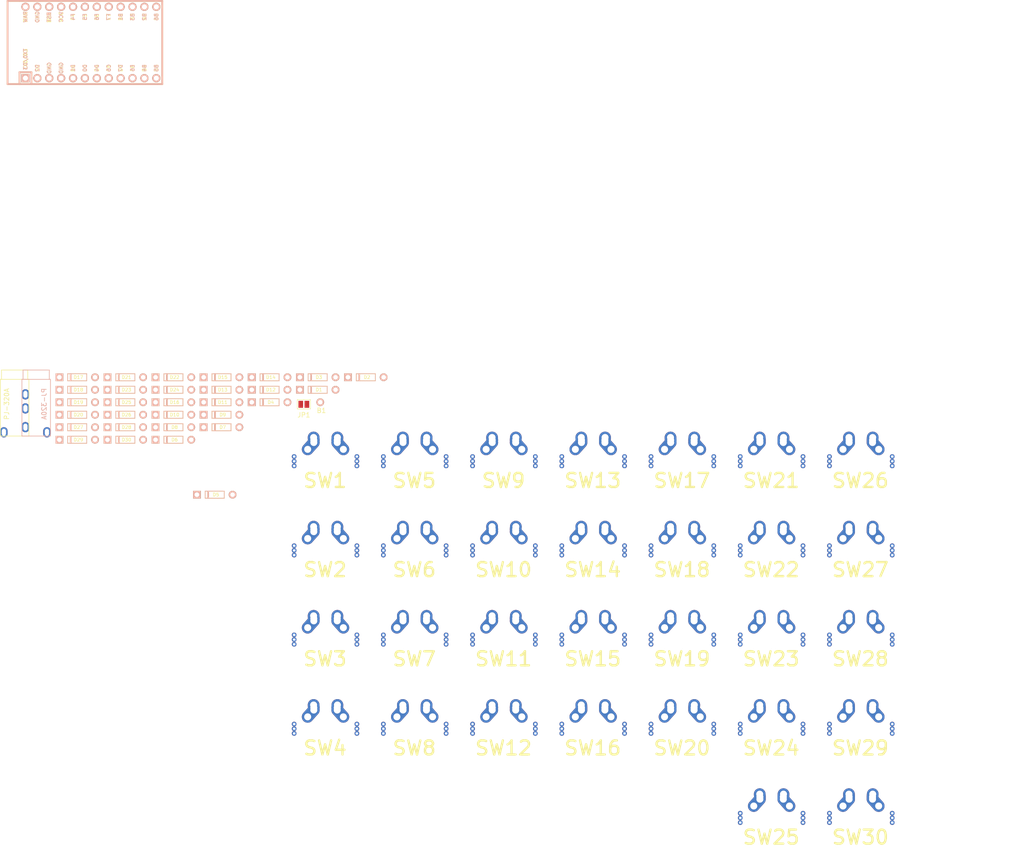
<source format=kicad_pcb>
(kicad_pcb (version 20171130) (host pcbnew "(5.1.2)-2")
  (layers (0 F.Cu signal) (31 B.Cu signal) (34 B.Paste user) (35 F.Paste user) (36 B.SilkS user) (37 F.SilkS user) (38 B.Mask user) (39 F.Mask user) (44 Edge.Cuts user))
  (net 0 "")
  (net 1 RGBBreakout)
  (net 2 Row0)
  (net 3 "Net-(D1-Pad1)")
  (net 4 Row1)
  (net 5 "Net-(D2-Pad1)")
  (net 6 Row2)
  (net 7 "Net-(D3-Pad1)")
  (net 8 Row3)
  (net 9 "Net-(D4-Pad1)")
  (net 10 "Net-(D5-Pad1)")
  (net 11 "Net-(D6-Pad1)")
  (net 12 "Net-(D7-Pad1)")
  (net 13 "Net-(D8-Pad1)")
  (net 14 "Net-(D9-Pad1)")
  (net 15 "Net-(D10-Pad1)")
  (net 16 "Net-(D11-Pad1)")
  (net 17 "Net-(D12-Pad1)")
  (net 18 "Net-(D13-Pad1)")
  (net 19 "Net-(D14-Pad1)")
  (net 20 "Net-(D15-Pad1)")
  (net 21 "Net-(D16-Pad1)")
  (net 22 "Net-(D17-Pad1)")
  (net 23 "Net-(D18-Pad1)")
  (net 24 "Net-(D19-Pad1)")
  (net 25 "Net-(D20-Pad1)")
  (net 26 "Net-(D21-Pad1)")
  (net 27 "Net-(D22-Pad1)")
  (net 28 "Net-(D23-Pad1)")
  (net 29 "Net-(D24-Pad1)")
  (net 30 Row4)
  (net 31 "Net-(D25-Pad1)")
  (net 32 "Net-(D26-Pad1)")
  (net 33 "Net-(D27-Pad1)")
  (net 34 "Net-(D28-Pad1)")
  (net 35 "Net-(D29-Pad1)")
  (net 36 "Net-(D30-Pad1)")
  (net 37 "Net-(JP1-Pad1)")
  (net 38 CommVcc)
  (net 39 Col0)
  (net 40 Col1)
  (net 41 Col2)
  (net 42 Col3)
  (net 43 Col4)
  (net 44 Col5)
  (net 45 Col6)
  (module KeyboardFootprints:RemovableFrame (layer F.Cu) (at 251.61875 226.21875)
    (fp_text reference REF** hide)
    (fp_text value RemovableFrame hide)
  )
  (module KeyboardFootprints:MX_Removable (layer F.Cu) (at 226.21875 225.425)
    (fp_text reference SW30 (at -0.09 4.13) (layer F.SilkS) (effects (font (size 3 3) (thickness 0.5))))
    (fp_text value Switch hide)
    (pad HOLE np_thru_hole circle (at 5.08 0) (size 1.8 1.8) (drill 1.8) (layers *.Cu))
    (pad 2 smd oval (at 2.52 -4.79 356.055) (size 2.5 3.081378) (layers F.Cu F.Paste F.Mask) (net 36 "Net-(D30-Pad1)"))
    (pad 1 thru_hole circle (at -3.81 -2.54 330.95) (size 2 2) (drill 1.5) (layers *.Cu *.Mask) (net 45 Col6))
    (pad 2 smd oval (at 3.155 -3.27 221.9) (size 2.5 4.461556) (layers B.Cu B.Paste B.Mask) (net 36 "Net-(D30-Pad1)"))
    (pad 1 smd oval (at -2.52 -4.79 3.945) (size 2.5 3.081378) (layers B.Cu B.Paste B.Mask) (net 45 Col6))
    (pad 1 thru_hole circle (at -2.54 -5.08 331) (size 2 2) (drill 1.5) (layers *.Cu *.Mask) (net 45 Col6))
    (pad 1 smd oval (at -3.155 -3.27 138.1) (size 2.5 4.461556) (layers F.Cu F.Paste F.Mask) (net 45 Col6))
    (pad 2 thru_hole circle (at 2.5 -4) (size 2 2) (drill 1.5) (layers *.Cu *.Mask) (net 36 "Net-(D30-Pad1)"))
    (pad 1 smd oval (at -3.155 -3.27 138.1) (size 2.5 4.461556) (layers B.Cu B.Paste B.Mask) (net 45 Col6))
    (pad 2 thru_hole circle (at 2.54 -5.08 330.95) (size 2 2) (drill 1.5) (layers *.Cu *.Mask) (net 36 "Net-(D30-Pad1)"))
    (pad 2 thru_hole circle (at 2.5 -4.5 330.95) (size 2 2) (drill 1.5) (layers *.Cu *.Mask) (net 36 "Net-(D30-Pad1)"))
    (pad 2 smd oval (at 2.52 -4.79 356.055) (size 2.5 3.081378) (layers B.Cu B.Paste B.Mask) (net 36 "Net-(D30-Pad1)"))
    (pad 2 thru_hole circle (at 3.81 -2.54 330.95) (size 2 2) (drill 1.5) (layers *.Cu *.Mask) (net 36 "Net-(D30-Pad1)"))
    (pad 1 thru_hole circle (at -2.5 -4.5 330.95) (size 2 2) (drill 1.5) (layers *.Cu *.Mask) (net 45 Col6))
    (pad 1 smd oval (at -2.52 -4.79 3.945) (size 2.5 3.081378) (layers F.Cu F.Paste F.Mask) (net 45 Col6))
    (pad 1 thru_hole circle (at -2.5 -4 330.95) (size 2 2) (drill 1.5) (layers *.Cu *.Mask) (net 45 Col6))
    (pad 2 smd oval (at 3.155 -3.27 221.9) (size 2.5 4.461556) (layers F.Cu F.Paste F.Mask) (net 36 "Net-(D30-Pad1)"))
    (pad HOLE np_thru_hole circle (at 0 0) (size 3.9878 3.9878) (drill 3.9878) (layers *.Cu))
    (pad HOLE np_thru_hole circle (at -5.08 0) (size 1.8 1.8) (drill 1.8) (layers *.Cu))
    (pad 2 thru_hole circle (at 6.699752 -1 90) (size 1 1) (drill 0.5) (layers *.Cu *.Paste *.Mask) (net 36 "Net-(D30-Pad1)"))
    (pad 2 thru_hole circle (at 6.699752 0 90) (size 1 1) (drill 0.5) (layers *.Cu *.Paste *.Mask) (net 36 "Net-(D30-Pad1)"))
    (pad 2 thru_hole circle (at 6.699752 1 90) (size 1 1) (drill 0.5) (layers *.Cu *.Paste *.Mask) (net 36 "Net-(D30-Pad1)"))
    (pad 1 thru_hole circle (at -6.700248 1 90) (size 1 1) (drill 0.5) (layers *.Cu *.Paste *.Mask) (net 45 Col6))
    (pad 1 thru_hole circle (at -6.700248 0 90) (size 1 1) (drill 0.5) (layers *.Cu *.Paste *.Mask) (net 45 Col6))
    (pad 1 thru_hole circle (at -6.700248 -1 90) (size 1 1) (drill 0.5) (layers *.Cu *.Paste *.Mask) (net 45 Col6))
  )
  (module KeyboardFootprints:MX_Removable (layer F.Cu) (at 226.21875 206.375)
    (fp_text reference SW29 (at -0.09 4.13) (layer F.SilkS) (effects (font (size 3 3) (thickness 0.5))))
    (fp_text value Switch hide)
    (pad HOLE np_thru_hole circle (at 5.08 0) (size 1.8 1.8) (drill 1.8) (layers *.Cu))
    (pad 2 smd oval (at 2.52 -4.79 356.055) (size 2.5 3.081378) (layers F.Cu F.Paste F.Mask) (net 35 "Net-(D29-Pad1)"))
    (pad 1 thru_hole circle (at -3.81 -2.54 330.95) (size 2 2) (drill 1.5) (layers *.Cu *.Mask) (net 45 Col6))
    (pad 2 smd oval (at 3.155 -3.27 221.9) (size 2.5 4.461556) (layers B.Cu B.Paste B.Mask) (net 35 "Net-(D29-Pad1)"))
    (pad 1 smd oval (at -2.52 -4.79 3.945) (size 2.5 3.081378) (layers B.Cu B.Paste B.Mask) (net 45 Col6))
    (pad 1 thru_hole circle (at -2.54 -5.08 331) (size 2 2) (drill 1.5) (layers *.Cu *.Mask) (net 45 Col6))
    (pad 1 smd oval (at -3.155 -3.27 138.1) (size 2.5 4.461556) (layers F.Cu F.Paste F.Mask) (net 45 Col6))
    (pad 2 thru_hole circle (at 2.5 -4) (size 2 2) (drill 1.5) (layers *.Cu *.Mask) (net 35 "Net-(D29-Pad1)"))
    (pad 1 smd oval (at -3.155 -3.27 138.1) (size 2.5 4.461556) (layers B.Cu B.Paste B.Mask) (net 45 Col6))
    (pad 2 thru_hole circle (at 2.54 -5.08 330.95) (size 2 2) (drill 1.5) (layers *.Cu *.Mask) (net 35 "Net-(D29-Pad1)"))
    (pad 2 thru_hole circle (at 2.5 -4.5 330.95) (size 2 2) (drill 1.5) (layers *.Cu *.Mask) (net 35 "Net-(D29-Pad1)"))
    (pad 2 smd oval (at 2.52 -4.79 356.055) (size 2.5 3.081378) (layers B.Cu B.Paste B.Mask) (net 35 "Net-(D29-Pad1)"))
    (pad 2 thru_hole circle (at 3.81 -2.54 330.95) (size 2 2) (drill 1.5) (layers *.Cu *.Mask) (net 35 "Net-(D29-Pad1)"))
    (pad 1 thru_hole circle (at -2.5 -4.5 330.95) (size 2 2) (drill 1.5) (layers *.Cu *.Mask) (net 45 Col6))
    (pad 1 smd oval (at -2.52 -4.79 3.945) (size 2.5 3.081378) (layers F.Cu F.Paste F.Mask) (net 45 Col6))
    (pad 1 thru_hole circle (at -2.5 -4 330.95) (size 2 2) (drill 1.5) (layers *.Cu *.Mask) (net 45 Col6))
    (pad 2 smd oval (at 3.155 -3.27 221.9) (size 2.5 4.461556) (layers F.Cu F.Paste F.Mask) (net 35 "Net-(D29-Pad1)"))
    (pad HOLE np_thru_hole circle (at 0 0) (size 3.9878 3.9878) (drill 3.9878) (layers *.Cu))
    (pad HOLE np_thru_hole circle (at -5.08 0) (size 1.8 1.8) (drill 1.8) (layers *.Cu))
    (pad 2 thru_hole circle (at 6.699752 -1 90) (size 1 1) (drill 0.5) (layers *.Cu *.Paste *.Mask) (net 35 "Net-(D29-Pad1)"))
    (pad 2 thru_hole circle (at 6.699752 0 90) (size 1 1) (drill 0.5) (layers *.Cu *.Paste *.Mask) (net 35 "Net-(D29-Pad1)"))
    (pad 2 thru_hole circle (at 6.699752 1 90) (size 1 1) (drill 0.5) (layers *.Cu *.Paste *.Mask) (net 35 "Net-(D29-Pad1)"))
    (pad 1 thru_hole circle (at -6.700248 1 90) (size 1 1) (drill 0.5) (layers *.Cu *.Paste *.Mask) (net 45 Col6))
    (pad 1 thru_hole circle (at -6.700248 0 90) (size 1 1) (drill 0.5) (layers *.Cu *.Paste *.Mask) (net 45 Col6))
    (pad 1 thru_hole circle (at -6.700248 -1 90) (size 1 1) (drill 0.5) (layers *.Cu *.Paste *.Mask) (net 45 Col6))
  )
  (module KeyboardFootprints:MX_Removable (layer F.Cu) (at 226.21875 187.325)
    (fp_text reference SW28 (at -0.09 4.13) (layer F.SilkS) (effects (font (size 3 3) (thickness 0.5))))
    (fp_text value Switch hide)
    (pad HOLE np_thru_hole circle (at 5.08 0) (size 1.8 1.8) (drill 1.8) (layers *.Cu))
    (pad 2 smd oval (at 2.52 -4.79 356.055) (size 2.5 3.081378) (layers F.Cu F.Paste F.Mask) (net 34 "Net-(D28-Pad1)"))
    (pad 1 thru_hole circle (at -3.81 -2.54 330.95) (size 2 2) (drill 1.5) (layers *.Cu *.Mask) (net 45 Col6))
    (pad 2 smd oval (at 3.155 -3.27 221.9) (size 2.5 4.461556) (layers B.Cu B.Paste B.Mask) (net 34 "Net-(D28-Pad1)"))
    (pad 1 smd oval (at -2.52 -4.79 3.945) (size 2.5 3.081378) (layers B.Cu B.Paste B.Mask) (net 45 Col6))
    (pad 1 thru_hole circle (at -2.54 -5.08 331) (size 2 2) (drill 1.5) (layers *.Cu *.Mask) (net 45 Col6))
    (pad 1 smd oval (at -3.155 -3.27 138.1) (size 2.5 4.461556) (layers F.Cu F.Paste F.Mask) (net 45 Col6))
    (pad 2 thru_hole circle (at 2.5 -4) (size 2 2) (drill 1.5) (layers *.Cu *.Mask) (net 34 "Net-(D28-Pad1)"))
    (pad 1 smd oval (at -3.155 -3.27 138.1) (size 2.5 4.461556) (layers B.Cu B.Paste B.Mask) (net 45 Col6))
    (pad 2 thru_hole circle (at 2.54 -5.08 330.95) (size 2 2) (drill 1.5) (layers *.Cu *.Mask) (net 34 "Net-(D28-Pad1)"))
    (pad 2 thru_hole circle (at 2.5 -4.5 330.95) (size 2 2) (drill 1.5) (layers *.Cu *.Mask) (net 34 "Net-(D28-Pad1)"))
    (pad 2 smd oval (at 2.52 -4.79 356.055) (size 2.5 3.081378) (layers B.Cu B.Paste B.Mask) (net 34 "Net-(D28-Pad1)"))
    (pad 2 thru_hole circle (at 3.81 -2.54 330.95) (size 2 2) (drill 1.5) (layers *.Cu *.Mask) (net 34 "Net-(D28-Pad1)"))
    (pad 1 thru_hole circle (at -2.5 -4.5 330.95) (size 2 2) (drill 1.5) (layers *.Cu *.Mask) (net 45 Col6))
    (pad 1 smd oval (at -2.52 -4.79 3.945) (size 2.5 3.081378) (layers F.Cu F.Paste F.Mask) (net 45 Col6))
    (pad 1 thru_hole circle (at -2.5 -4 330.95) (size 2 2) (drill 1.5) (layers *.Cu *.Mask) (net 45 Col6))
    (pad 2 smd oval (at 3.155 -3.27 221.9) (size 2.5 4.461556) (layers F.Cu F.Paste F.Mask) (net 34 "Net-(D28-Pad1)"))
    (pad HOLE np_thru_hole circle (at 0 0) (size 3.9878 3.9878) (drill 3.9878) (layers *.Cu))
    (pad HOLE np_thru_hole circle (at -5.08 0) (size 1.8 1.8) (drill 1.8) (layers *.Cu))
    (pad 2 thru_hole circle (at 6.699752 -1 90) (size 1 1) (drill 0.5) (layers *.Cu *.Paste *.Mask) (net 34 "Net-(D28-Pad1)"))
    (pad 2 thru_hole circle (at 6.699752 0 90) (size 1 1) (drill 0.5) (layers *.Cu *.Paste *.Mask) (net 34 "Net-(D28-Pad1)"))
    (pad 2 thru_hole circle (at 6.699752 1 90) (size 1 1) (drill 0.5) (layers *.Cu *.Paste *.Mask) (net 34 "Net-(D28-Pad1)"))
    (pad 1 thru_hole circle (at -6.700248 1 90) (size 1 1) (drill 0.5) (layers *.Cu *.Paste *.Mask) (net 45 Col6))
    (pad 1 thru_hole circle (at -6.700248 0 90) (size 1 1) (drill 0.5) (layers *.Cu *.Paste *.Mask) (net 45 Col6))
    (pad 1 thru_hole circle (at -6.700248 -1 90) (size 1 1) (drill 0.5) (layers *.Cu *.Paste *.Mask) (net 45 Col6))
  )
  (module KeyboardFootprints:MX_Removable (layer F.Cu) (at 226.21875 168.275)
    (fp_text reference SW27 (at -0.09 4.13) (layer F.SilkS) (effects (font (size 3 3) (thickness 0.5))))
    (fp_text value Switch hide)
    (pad HOLE np_thru_hole circle (at 5.08 0) (size 1.8 1.8) (drill 1.8) (layers *.Cu))
    (pad 2 smd oval (at 2.52 -4.79 356.055) (size 2.5 3.081378) (layers F.Cu F.Paste F.Mask) (net 33 "Net-(D27-Pad1)"))
    (pad 1 thru_hole circle (at -3.81 -2.54 330.95) (size 2 2) (drill 1.5) (layers *.Cu *.Mask) (net 45 Col6))
    (pad 2 smd oval (at 3.155 -3.27 221.9) (size 2.5 4.461556) (layers B.Cu B.Paste B.Mask) (net 33 "Net-(D27-Pad1)"))
    (pad 1 smd oval (at -2.52 -4.79 3.945) (size 2.5 3.081378) (layers B.Cu B.Paste B.Mask) (net 45 Col6))
    (pad 1 thru_hole circle (at -2.54 -5.08 331) (size 2 2) (drill 1.5) (layers *.Cu *.Mask) (net 45 Col6))
    (pad 1 smd oval (at -3.155 -3.27 138.1) (size 2.5 4.461556) (layers F.Cu F.Paste F.Mask) (net 45 Col6))
    (pad 2 thru_hole circle (at 2.5 -4) (size 2 2) (drill 1.5) (layers *.Cu *.Mask) (net 33 "Net-(D27-Pad1)"))
    (pad 1 smd oval (at -3.155 -3.27 138.1) (size 2.5 4.461556) (layers B.Cu B.Paste B.Mask) (net 45 Col6))
    (pad 2 thru_hole circle (at 2.54 -5.08 330.95) (size 2 2) (drill 1.5) (layers *.Cu *.Mask) (net 33 "Net-(D27-Pad1)"))
    (pad 2 thru_hole circle (at 2.5 -4.5 330.95) (size 2 2) (drill 1.5) (layers *.Cu *.Mask) (net 33 "Net-(D27-Pad1)"))
    (pad 2 smd oval (at 2.52 -4.79 356.055) (size 2.5 3.081378) (layers B.Cu B.Paste B.Mask) (net 33 "Net-(D27-Pad1)"))
    (pad 2 thru_hole circle (at 3.81 -2.54 330.95) (size 2 2) (drill 1.5) (layers *.Cu *.Mask) (net 33 "Net-(D27-Pad1)"))
    (pad 1 thru_hole circle (at -2.5 -4.5 330.95) (size 2 2) (drill 1.5) (layers *.Cu *.Mask) (net 45 Col6))
    (pad 1 smd oval (at -2.52 -4.79 3.945) (size 2.5 3.081378) (layers F.Cu F.Paste F.Mask) (net 45 Col6))
    (pad 1 thru_hole circle (at -2.5 -4 330.95) (size 2 2) (drill 1.5) (layers *.Cu *.Mask) (net 45 Col6))
    (pad 2 smd oval (at 3.155 -3.27 221.9) (size 2.5 4.461556) (layers F.Cu F.Paste F.Mask) (net 33 "Net-(D27-Pad1)"))
    (pad HOLE np_thru_hole circle (at 0 0) (size 3.9878 3.9878) (drill 3.9878) (layers *.Cu))
    (pad HOLE np_thru_hole circle (at -5.08 0) (size 1.8 1.8) (drill 1.8) (layers *.Cu))
    (pad 2 thru_hole circle (at 6.699752 -1 90) (size 1 1) (drill 0.5) (layers *.Cu *.Paste *.Mask) (net 33 "Net-(D27-Pad1)"))
    (pad 2 thru_hole circle (at 6.699752 0 90) (size 1 1) (drill 0.5) (layers *.Cu *.Paste *.Mask) (net 33 "Net-(D27-Pad1)"))
    (pad 2 thru_hole circle (at 6.699752 1 90) (size 1 1) (drill 0.5) (layers *.Cu *.Paste *.Mask) (net 33 "Net-(D27-Pad1)"))
    (pad 1 thru_hole circle (at -6.700248 1 90) (size 1 1) (drill 0.5) (layers *.Cu *.Paste *.Mask) (net 45 Col6))
    (pad 1 thru_hole circle (at -6.700248 0 90) (size 1 1) (drill 0.5) (layers *.Cu *.Paste *.Mask) (net 45 Col6))
    (pad 1 thru_hole circle (at -6.700248 -1 90) (size 1 1) (drill 0.5) (layers *.Cu *.Paste *.Mask) (net 45 Col6))
  )
  (module KeyboardFootprints:MX_Removable (layer F.Cu) (at 226.21875 149.225)
    (fp_text reference SW26 (at -0.09 4.13) (layer F.SilkS) (effects (font (size 3 3) (thickness 0.5))))
    (fp_text value Switch hide)
    (pad HOLE np_thru_hole circle (at 5.08 0) (size 1.8 1.8) (drill 1.8) (layers *.Cu))
    (pad 2 smd oval (at 2.52 -4.79 356.055) (size 2.5 3.081378) (layers F.Cu F.Paste F.Mask) (net 32 "Net-(D26-Pad1)"))
    (pad 1 thru_hole circle (at -3.81 -2.54 330.95) (size 2 2) (drill 1.5) (layers *.Cu *.Mask) (net 45 Col6))
    (pad 2 smd oval (at 3.155 -3.27 221.9) (size 2.5 4.461556) (layers B.Cu B.Paste B.Mask) (net 32 "Net-(D26-Pad1)"))
    (pad 1 smd oval (at -2.52 -4.79 3.945) (size 2.5 3.081378) (layers B.Cu B.Paste B.Mask) (net 45 Col6))
    (pad 1 thru_hole circle (at -2.54 -5.08 331) (size 2 2) (drill 1.5) (layers *.Cu *.Mask) (net 45 Col6))
    (pad 1 smd oval (at -3.155 -3.27 138.1) (size 2.5 4.461556) (layers F.Cu F.Paste F.Mask) (net 45 Col6))
    (pad 2 thru_hole circle (at 2.5 -4) (size 2 2) (drill 1.5) (layers *.Cu *.Mask) (net 32 "Net-(D26-Pad1)"))
    (pad 1 smd oval (at -3.155 -3.27 138.1) (size 2.5 4.461556) (layers B.Cu B.Paste B.Mask) (net 45 Col6))
    (pad 2 thru_hole circle (at 2.54 -5.08 330.95) (size 2 2) (drill 1.5) (layers *.Cu *.Mask) (net 32 "Net-(D26-Pad1)"))
    (pad 2 thru_hole circle (at 2.5 -4.5 330.95) (size 2 2) (drill 1.5) (layers *.Cu *.Mask) (net 32 "Net-(D26-Pad1)"))
    (pad 2 smd oval (at 2.52 -4.79 356.055) (size 2.5 3.081378) (layers B.Cu B.Paste B.Mask) (net 32 "Net-(D26-Pad1)"))
    (pad 2 thru_hole circle (at 3.81 -2.54 330.95) (size 2 2) (drill 1.5) (layers *.Cu *.Mask) (net 32 "Net-(D26-Pad1)"))
    (pad 1 thru_hole circle (at -2.5 -4.5 330.95) (size 2 2) (drill 1.5) (layers *.Cu *.Mask) (net 45 Col6))
    (pad 1 smd oval (at -2.52 -4.79 3.945) (size 2.5 3.081378) (layers F.Cu F.Paste F.Mask) (net 45 Col6))
    (pad 1 thru_hole circle (at -2.5 -4 330.95) (size 2 2) (drill 1.5) (layers *.Cu *.Mask) (net 45 Col6))
    (pad 2 smd oval (at 3.155 -3.27 221.9) (size 2.5 4.461556) (layers F.Cu F.Paste F.Mask) (net 32 "Net-(D26-Pad1)"))
    (pad HOLE np_thru_hole circle (at 0 0) (size 3.9878 3.9878) (drill 3.9878) (layers *.Cu))
    (pad HOLE np_thru_hole circle (at -5.08 0) (size 1.8 1.8) (drill 1.8) (layers *.Cu))
    (pad 2 thru_hole circle (at 6.699752 -1 90) (size 1 1) (drill 0.5) (layers *.Cu *.Paste *.Mask) (net 32 "Net-(D26-Pad1)"))
    (pad 2 thru_hole circle (at 6.699752 0 90) (size 1 1) (drill 0.5) (layers *.Cu *.Paste *.Mask) (net 32 "Net-(D26-Pad1)"))
    (pad 2 thru_hole circle (at 6.699752 1 90) (size 1 1) (drill 0.5) (layers *.Cu *.Paste *.Mask) (net 32 "Net-(D26-Pad1)"))
    (pad 1 thru_hole circle (at -6.700248 1 90) (size 1 1) (drill 0.5) (layers *.Cu *.Paste *.Mask) (net 45 Col6))
    (pad 1 thru_hole circle (at -6.700248 0 90) (size 1 1) (drill 0.5) (layers *.Cu *.Paste *.Mask) (net 45 Col6))
    (pad 1 thru_hole circle (at -6.700248 -1 90) (size 1 1) (drill 0.5) (layers *.Cu *.Paste *.Mask) (net 45 Col6))
  )
  (module KeyboardFootprints:MX_Removable (layer F.Cu) (at 207.16875 225.425)
    (fp_text reference SW25 (at -0.09 4.13) (layer F.SilkS) (effects (font (size 3 3) (thickness 0.5))))
    (fp_text value Switch hide)
    (pad HOLE np_thru_hole circle (at 5.08 0) (size 1.8 1.8) (drill 1.8) (layers *.Cu))
    (pad 2 smd oval (at 2.52 -4.79 356.055) (size 2.5 3.081378) (layers F.Cu F.Paste F.Mask) (net 31 "Net-(D25-Pad1)"))
    (pad 1 thru_hole circle (at -3.81 -2.54 330.95) (size 2 2) (drill 1.5) (layers *.Cu *.Mask) (net 44 Col5))
    (pad 2 smd oval (at 3.155 -3.27 221.9) (size 2.5 4.461556) (layers B.Cu B.Paste B.Mask) (net 31 "Net-(D25-Pad1)"))
    (pad 1 smd oval (at -2.52 -4.79 3.945) (size 2.5 3.081378) (layers B.Cu B.Paste B.Mask) (net 44 Col5))
    (pad 1 thru_hole circle (at -2.54 -5.08 331) (size 2 2) (drill 1.5) (layers *.Cu *.Mask) (net 44 Col5))
    (pad 1 smd oval (at -3.155 -3.27 138.1) (size 2.5 4.461556) (layers F.Cu F.Paste F.Mask) (net 44 Col5))
    (pad 2 thru_hole circle (at 2.5 -4) (size 2 2) (drill 1.5) (layers *.Cu *.Mask) (net 31 "Net-(D25-Pad1)"))
    (pad 1 smd oval (at -3.155 -3.27 138.1) (size 2.5 4.461556) (layers B.Cu B.Paste B.Mask) (net 44 Col5))
    (pad 2 thru_hole circle (at 2.54 -5.08 330.95) (size 2 2) (drill 1.5) (layers *.Cu *.Mask) (net 31 "Net-(D25-Pad1)"))
    (pad 2 thru_hole circle (at 2.5 -4.5 330.95) (size 2 2) (drill 1.5) (layers *.Cu *.Mask) (net 31 "Net-(D25-Pad1)"))
    (pad 2 smd oval (at 2.52 -4.79 356.055) (size 2.5 3.081378) (layers B.Cu B.Paste B.Mask) (net 31 "Net-(D25-Pad1)"))
    (pad 2 thru_hole circle (at 3.81 -2.54 330.95) (size 2 2) (drill 1.5) (layers *.Cu *.Mask) (net 31 "Net-(D25-Pad1)"))
    (pad 1 thru_hole circle (at -2.5 -4.5 330.95) (size 2 2) (drill 1.5) (layers *.Cu *.Mask) (net 44 Col5))
    (pad 1 smd oval (at -2.52 -4.79 3.945) (size 2.5 3.081378) (layers F.Cu F.Paste F.Mask) (net 44 Col5))
    (pad 1 thru_hole circle (at -2.5 -4 330.95) (size 2 2) (drill 1.5) (layers *.Cu *.Mask) (net 44 Col5))
    (pad 2 smd oval (at 3.155 -3.27 221.9) (size 2.5 4.461556) (layers F.Cu F.Paste F.Mask) (net 31 "Net-(D25-Pad1)"))
    (pad HOLE np_thru_hole circle (at 0 0) (size 3.9878 3.9878) (drill 3.9878) (layers *.Cu))
    (pad HOLE np_thru_hole circle (at -5.08 0) (size 1.8 1.8) (drill 1.8) (layers *.Cu))
    (pad 2 thru_hole circle (at 6.699752 -1 90) (size 1 1) (drill 0.5) (layers *.Cu *.Paste *.Mask) (net 31 "Net-(D25-Pad1)"))
    (pad 2 thru_hole circle (at 6.699752 0 90) (size 1 1) (drill 0.5) (layers *.Cu *.Paste *.Mask) (net 31 "Net-(D25-Pad1)"))
    (pad 2 thru_hole circle (at 6.699752 1 90) (size 1 1) (drill 0.5) (layers *.Cu *.Paste *.Mask) (net 31 "Net-(D25-Pad1)"))
    (pad 1 thru_hole circle (at -6.700248 1 90) (size 1 1) (drill 0.5) (layers *.Cu *.Paste *.Mask) (net 44 Col5))
    (pad 1 thru_hole circle (at -6.700248 0 90) (size 1 1) (drill 0.5) (layers *.Cu *.Paste *.Mask) (net 44 Col5))
    (pad 1 thru_hole circle (at -6.700248 -1 90) (size 1 1) (drill 0.5) (layers *.Cu *.Paste *.Mask) (net 44 Col5))
  )
  (module KeyboardFootprints:MX_Removable (layer F.Cu) (at 207.16875 206.375)
    (fp_text reference SW24 (at -0.09 4.13) (layer F.SilkS) (effects (font (size 3 3) (thickness 0.5))))
    (fp_text value Switch hide)
    (pad HOLE np_thru_hole circle (at 5.08 0) (size 1.8 1.8) (drill 1.8) (layers *.Cu))
    (pad 2 smd oval (at 2.52 -4.79 356.055) (size 2.5 3.081378) (layers F.Cu F.Paste F.Mask) (net 29 "Net-(D24-Pad1)"))
    (pad 1 thru_hole circle (at -3.81 -2.54 330.95) (size 2 2) (drill 1.5) (layers *.Cu *.Mask) (net 44 Col5))
    (pad 2 smd oval (at 3.155 -3.27 221.9) (size 2.5 4.461556) (layers B.Cu B.Paste B.Mask) (net 29 "Net-(D24-Pad1)"))
    (pad 1 smd oval (at -2.52 -4.79 3.945) (size 2.5 3.081378) (layers B.Cu B.Paste B.Mask) (net 44 Col5))
    (pad 1 thru_hole circle (at -2.54 -5.08 331) (size 2 2) (drill 1.5) (layers *.Cu *.Mask) (net 44 Col5))
    (pad 1 smd oval (at -3.155 -3.27 138.1) (size 2.5 4.461556) (layers F.Cu F.Paste F.Mask) (net 44 Col5))
    (pad 2 thru_hole circle (at 2.5 -4) (size 2 2) (drill 1.5) (layers *.Cu *.Mask) (net 29 "Net-(D24-Pad1)"))
    (pad 1 smd oval (at -3.155 -3.27 138.1) (size 2.5 4.461556) (layers B.Cu B.Paste B.Mask) (net 44 Col5))
    (pad 2 thru_hole circle (at 2.54 -5.08 330.95) (size 2 2) (drill 1.5) (layers *.Cu *.Mask) (net 29 "Net-(D24-Pad1)"))
    (pad 2 thru_hole circle (at 2.5 -4.5 330.95) (size 2 2) (drill 1.5) (layers *.Cu *.Mask) (net 29 "Net-(D24-Pad1)"))
    (pad 2 smd oval (at 2.52 -4.79 356.055) (size 2.5 3.081378) (layers B.Cu B.Paste B.Mask) (net 29 "Net-(D24-Pad1)"))
    (pad 2 thru_hole circle (at 3.81 -2.54 330.95) (size 2 2) (drill 1.5) (layers *.Cu *.Mask) (net 29 "Net-(D24-Pad1)"))
    (pad 1 thru_hole circle (at -2.5 -4.5 330.95) (size 2 2) (drill 1.5) (layers *.Cu *.Mask) (net 44 Col5))
    (pad 1 smd oval (at -2.52 -4.79 3.945) (size 2.5 3.081378) (layers F.Cu F.Paste F.Mask) (net 44 Col5))
    (pad 1 thru_hole circle (at -2.5 -4 330.95) (size 2 2) (drill 1.5) (layers *.Cu *.Mask) (net 44 Col5))
    (pad 2 smd oval (at 3.155 -3.27 221.9) (size 2.5 4.461556) (layers F.Cu F.Paste F.Mask) (net 29 "Net-(D24-Pad1)"))
    (pad HOLE np_thru_hole circle (at 0 0) (size 3.9878 3.9878) (drill 3.9878) (layers *.Cu))
    (pad HOLE np_thru_hole circle (at -5.08 0) (size 1.8 1.8) (drill 1.8) (layers *.Cu))
    (pad 2 thru_hole circle (at 6.699752 -1 90) (size 1 1) (drill 0.5) (layers *.Cu *.Paste *.Mask) (net 29 "Net-(D24-Pad1)"))
    (pad 2 thru_hole circle (at 6.699752 0 90) (size 1 1) (drill 0.5) (layers *.Cu *.Paste *.Mask) (net 29 "Net-(D24-Pad1)"))
    (pad 2 thru_hole circle (at 6.699752 1 90) (size 1 1) (drill 0.5) (layers *.Cu *.Paste *.Mask) (net 29 "Net-(D24-Pad1)"))
    (pad 1 thru_hole circle (at -6.700248 1 90) (size 1 1) (drill 0.5) (layers *.Cu *.Paste *.Mask) (net 44 Col5))
    (pad 1 thru_hole circle (at -6.700248 0 90) (size 1 1) (drill 0.5) (layers *.Cu *.Paste *.Mask) (net 44 Col5))
    (pad 1 thru_hole circle (at -6.700248 -1 90) (size 1 1) (drill 0.5) (layers *.Cu *.Paste *.Mask) (net 44 Col5))
  )
  (module KeyboardFootprints:MX_Removable (layer F.Cu) (at 207.16875 187.325)
    (fp_text reference SW23 (at -0.09 4.13) (layer F.SilkS) (effects (font (size 3 3) (thickness 0.5))))
    (fp_text value Switch hide)
    (pad HOLE np_thru_hole circle (at 5.08 0) (size 1.8 1.8) (drill 1.8) (layers *.Cu))
    (pad 2 smd oval (at 2.52 -4.79 356.055) (size 2.5 3.081378) (layers F.Cu F.Paste F.Mask) (net 28 "Net-(D23-Pad1)"))
    (pad 1 thru_hole circle (at -3.81 -2.54 330.95) (size 2 2) (drill 1.5) (layers *.Cu *.Mask) (net 44 Col5))
    (pad 2 smd oval (at 3.155 -3.27 221.9) (size 2.5 4.461556) (layers B.Cu B.Paste B.Mask) (net 28 "Net-(D23-Pad1)"))
    (pad 1 smd oval (at -2.52 -4.79 3.945) (size 2.5 3.081378) (layers B.Cu B.Paste B.Mask) (net 44 Col5))
    (pad 1 thru_hole circle (at -2.54 -5.08 331) (size 2 2) (drill 1.5) (layers *.Cu *.Mask) (net 44 Col5))
    (pad 1 smd oval (at -3.155 -3.27 138.1) (size 2.5 4.461556) (layers F.Cu F.Paste F.Mask) (net 44 Col5))
    (pad 2 thru_hole circle (at 2.5 -4) (size 2 2) (drill 1.5) (layers *.Cu *.Mask) (net 28 "Net-(D23-Pad1)"))
    (pad 1 smd oval (at -3.155 -3.27 138.1) (size 2.5 4.461556) (layers B.Cu B.Paste B.Mask) (net 44 Col5))
    (pad 2 thru_hole circle (at 2.54 -5.08 330.95) (size 2 2) (drill 1.5) (layers *.Cu *.Mask) (net 28 "Net-(D23-Pad1)"))
    (pad 2 thru_hole circle (at 2.5 -4.5 330.95) (size 2 2) (drill 1.5) (layers *.Cu *.Mask) (net 28 "Net-(D23-Pad1)"))
    (pad 2 smd oval (at 2.52 -4.79 356.055) (size 2.5 3.081378) (layers B.Cu B.Paste B.Mask) (net 28 "Net-(D23-Pad1)"))
    (pad 2 thru_hole circle (at 3.81 -2.54 330.95) (size 2 2) (drill 1.5) (layers *.Cu *.Mask) (net 28 "Net-(D23-Pad1)"))
    (pad 1 thru_hole circle (at -2.5 -4.5 330.95) (size 2 2) (drill 1.5) (layers *.Cu *.Mask) (net 44 Col5))
    (pad 1 smd oval (at -2.52 -4.79 3.945) (size 2.5 3.081378) (layers F.Cu F.Paste F.Mask) (net 44 Col5))
    (pad 1 thru_hole circle (at -2.5 -4 330.95) (size 2 2) (drill 1.5) (layers *.Cu *.Mask) (net 44 Col5))
    (pad 2 smd oval (at 3.155 -3.27 221.9) (size 2.5 4.461556) (layers F.Cu F.Paste F.Mask) (net 28 "Net-(D23-Pad1)"))
    (pad HOLE np_thru_hole circle (at 0 0) (size 3.9878 3.9878) (drill 3.9878) (layers *.Cu))
    (pad HOLE np_thru_hole circle (at -5.08 0) (size 1.8 1.8) (drill 1.8) (layers *.Cu))
    (pad 2 thru_hole circle (at 6.699752 -1 90) (size 1 1) (drill 0.5) (layers *.Cu *.Paste *.Mask) (net 28 "Net-(D23-Pad1)"))
    (pad 2 thru_hole circle (at 6.699752 0 90) (size 1 1) (drill 0.5) (layers *.Cu *.Paste *.Mask) (net 28 "Net-(D23-Pad1)"))
    (pad 2 thru_hole circle (at 6.699752 1 90) (size 1 1) (drill 0.5) (layers *.Cu *.Paste *.Mask) (net 28 "Net-(D23-Pad1)"))
    (pad 1 thru_hole circle (at -6.700248 1 90) (size 1 1) (drill 0.5) (layers *.Cu *.Paste *.Mask) (net 44 Col5))
    (pad 1 thru_hole circle (at -6.700248 0 90) (size 1 1) (drill 0.5) (layers *.Cu *.Paste *.Mask) (net 44 Col5))
    (pad 1 thru_hole circle (at -6.700248 -1 90) (size 1 1) (drill 0.5) (layers *.Cu *.Paste *.Mask) (net 44 Col5))
  )
  (module KeyboardFootprints:MX_Removable (layer F.Cu) (at 207.16875 168.275)
    (fp_text reference SW22 (at -0.09 4.13) (layer F.SilkS) (effects (font (size 3 3) (thickness 0.5))))
    (fp_text value Switch hide)
    (pad HOLE np_thru_hole circle (at 5.08 0) (size 1.8 1.8) (drill 1.8) (layers *.Cu))
    (pad 2 smd oval (at 2.52 -4.79 356.055) (size 2.5 3.081378) (layers F.Cu F.Paste F.Mask) (net 27 "Net-(D22-Pad1)"))
    (pad 1 thru_hole circle (at -3.81 -2.54 330.95) (size 2 2) (drill 1.5) (layers *.Cu *.Mask) (net 44 Col5))
    (pad 2 smd oval (at 3.155 -3.27 221.9) (size 2.5 4.461556) (layers B.Cu B.Paste B.Mask) (net 27 "Net-(D22-Pad1)"))
    (pad 1 smd oval (at -2.52 -4.79 3.945) (size 2.5 3.081378) (layers B.Cu B.Paste B.Mask) (net 44 Col5))
    (pad 1 thru_hole circle (at -2.54 -5.08 331) (size 2 2) (drill 1.5) (layers *.Cu *.Mask) (net 44 Col5))
    (pad 1 smd oval (at -3.155 -3.27 138.1) (size 2.5 4.461556) (layers F.Cu F.Paste F.Mask) (net 44 Col5))
    (pad 2 thru_hole circle (at 2.5 -4) (size 2 2) (drill 1.5) (layers *.Cu *.Mask) (net 27 "Net-(D22-Pad1)"))
    (pad 1 smd oval (at -3.155 -3.27 138.1) (size 2.5 4.461556) (layers B.Cu B.Paste B.Mask) (net 44 Col5))
    (pad 2 thru_hole circle (at 2.54 -5.08 330.95) (size 2 2) (drill 1.5) (layers *.Cu *.Mask) (net 27 "Net-(D22-Pad1)"))
    (pad 2 thru_hole circle (at 2.5 -4.5 330.95) (size 2 2) (drill 1.5) (layers *.Cu *.Mask) (net 27 "Net-(D22-Pad1)"))
    (pad 2 smd oval (at 2.52 -4.79 356.055) (size 2.5 3.081378) (layers B.Cu B.Paste B.Mask) (net 27 "Net-(D22-Pad1)"))
    (pad 2 thru_hole circle (at 3.81 -2.54 330.95) (size 2 2) (drill 1.5) (layers *.Cu *.Mask) (net 27 "Net-(D22-Pad1)"))
    (pad 1 thru_hole circle (at -2.5 -4.5 330.95) (size 2 2) (drill 1.5) (layers *.Cu *.Mask) (net 44 Col5))
    (pad 1 smd oval (at -2.52 -4.79 3.945) (size 2.5 3.081378) (layers F.Cu F.Paste F.Mask) (net 44 Col5))
    (pad 1 thru_hole circle (at -2.5 -4 330.95) (size 2 2) (drill 1.5) (layers *.Cu *.Mask) (net 44 Col5))
    (pad 2 smd oval (at 3.155 -3.27 221.9) (size 2.5 4.461556) (layers F.Cu F.Paste F.Mask) (net 27 "Net-(D22-Pad1)"))
    (pad HOLE np_thru_hole circle (at 0 0) (size 3.9878 3.9878) (drill 3.9878) (layers *.Cu))
    (pad HOLE np_thru_hole circle (at -5.08 0) (size 1.8 1.8) (drill 1.8) (layers *.Cu))
    (pad 2 thru_hole circle (at 6.699752 -1 90) (size 1 1) (drill 0.5) (layers *.Cu *.Paste *.Mask) (net 27 "Net-(D22-Pad1)"))
    (pad 2 thru_hole circle (at 6.699752 0 90) (size 1 1) (drill 0.5) (layers *.Cu *.Paste *.Mask) (net 27 "Net-(D22-Pad1)"))
    (pad 2 thru_hole circle (at 6.699752 1 90) (size 1 1) (drill 0.5) (layers *.Cu *.Paste *.Mask) (net 27 "Net-(D22-Pad1)"))
    (pad 1 thru_hole circle (at -6.700248 1 90) (size 1 1) (drill 0.5) (layers *.Cu *.Paste *.Mask) (net 44 Col5))
    (pad 1 thru_hole circle (at -6.700248 0 90) (size 1 1) (drill 0.5) (layers *.Cu *.Paste *.Mask) (net 44 Col5))
    (pad 1 thru_hole circle (at -6.700248 -1 90) (size 1 1) (drill 0.5) (layers *.Cu *.Paste *.Mask) (net 44 Col5))
  )
  (module KeyboardFootprints:MX_Removable (layer F.Cu) (at 207.16875 149.225)
    (fp_text reference SW21 (at -0.09 4.13) (layer F.SilkS) (effects (font (size 3 3) (thickness 0.5))))
    (fp_text value Switch hide)
    (pad HOLE np_thru_hole circle (at 5.08 0) (size 1.8 1.8) (drill 1.8) (layers *.Cu))
    (pad 2 smd oval (at 2.52 -4.79 356.055) (size 2.5 3.081378) (layers F.Cu F.Paste F.Mask) (net 26 "Net-(D21-Pad1)"))
    (pad 1 thru_hole circle (at -3.81 -2.54 330.95) (size 2 2) (drill 1.5) (layers *.Cu *.Mask) (net 44 Col5))
    (pad 2 smd oval (at 3.155 -3.27 221.9) (size 2.5 4.461556) (layers B.Cu B.Paste B.Mask) (net 26 "Net-(D21-Pad1)"))
    (pad 1 smd oval (at -2.52 -4.79 3.945) (size 2.5 3.081378) (layers B.Cu B.Paste B.Mask) (net 44 Col5))
    (pad 1 thru_hole circle (at -2.54 -5.08 331) (size 2 2) (drill 1.5) (layers *.Cu *.Mask) (net 44 Col5))
    (pad 1 smd oval (at -3.155 -3.27 138.1) (size 2.5 4.461556) (layers F.Cu F.Paste F.Mask) (net 44 Col5))
    (pad 2 thru_hole circle (at 2.5 -4) (size 2 2) (drill 1.5) (layers *.Cu *.Mask) (net 26 "Net-(D21-Pad1)"))
    (pad 1 smd oval (at -3.155 -3.27 138.1) (size 2.5 4.461556) (layers B.Cu B.Paste B.Mask) (net 44 Col5))
    (pad 2 thru_hole circle (at 2.54 -5.08 330.95) (size 2 2) (drill 1.5) (layers *.Cu *.Mask) (net 26 "Net-(D21-Pad1)"))
    (pad 2 thru_hole circle (at 2.5 -4.5 330.95) (size 2 2) (drill 1.5) (layers *.Cu *.Mask) (net 26 "Net-(D21-Pad1)"))
    (pad 2 smd oval (at 2.52 -4.79 356.055) (size 2.5 3.081378) (layers B.Cu B.Paste B.Mask) (net 26 "Net-(D21-Pad1)"))
    (pad 2 thru_hole circle (at 3.81 -2.54 330.95) (size 2 2) (drill 1.5) (layers *.Cu *.Mask) (net 26 "Net-(D21-Pad1)"))
    (pad 1 thru_hole circle (at -2.5 -4.5 330.95) (size 2 2) (drill 1.5) (layers *.Cu *.Mask) (net 44 Col5))
    (pad 1 smd oval (at -2.52 -4.79 3.945) (size 2.5 3.081378) (layers F.Cu F.Paste F.Mask) (net 44 Col5))
    (pad 1 thru_hole circle (at -2.5 -4 330.95) (size 2 2) (drill 1.5) (layers *.Cu *.Mask) (net 44 Col5))
    (pad 2 smd oval (at 3.155 -3.27 221.9) (size 2.5 4.461556) (layers F.Cu F.Paste F.Mask) (net 26 "Net-(D21-Pad1)"))
    (pad HOLE np_thru_hole circle (at 0 0) (size 3.9878 3.9878) (drill 3.9878) (layers *.Cu))
    (pad HOLE np_thru_hole circle (at -5.08 0) (size 1.8 1.8) (drill 1.8) (layers *.Cu))
    (pad 2 thru_hole circle (at 6.699752 -1 90) (size 1 1) (drill 0.5) (layers *.Cu *.Paste *.Mask) (net 26 "Net-(D21-Pad1)"))
    (pad 2 thru_hole circle (at 6.699752 0 90) (size 1 1) (drill 0.5) (layers *.Cu *.Paste *.Mask) (net 26 "Net-(D21-Pad1)"))
    (pad 2 thru_hole circle (at 6.699752 1 90) (size 1 1) (drill 0.5) (layers *.Cu *.Paste *.Mask) (net 26 "Net-(D21-Pad1)"))
    (pad 1 thru_hole circle (at -6.700248 1 90) (size 1 1) (drill 0.5) (layers *.Cu *.Paste *.Mask) (net 44 Col5))
    (pad 1 thru_hole circle (at -6.700248 0 90) (size 1 1) (drill 0.5) (layers *.Cu *.Paste *.Mask) (net 44 Col5))
    (pad 1 thru_hole circle (at -6.700248 -1 90) (size 1 1) (drill 0.5) (layers *.Cu *.Paste *.Mask) (net 44 Col5))
  )
  (module KeyboardFootprints:MX_Removable (layer F.Cu) (at 188.11875 206.375)
    (fp_text reference SW20 (at -0.09 4.13) (layer F.SilkS) (effects (font (size 3 3) (thickness 0.5))))
    (fp_text value Switch hide)
    (pad HOLE np_thru_hole circle (at 5.08 0) (size 1.8 1.8) (drill 1.8) (layers *.Cu))
    (pad 2 smd oval (at 2.52 -4.79 356.055) (size 2.5 3.081378) (layers F.Cu F.Paste F.Mask) (net 25 "Net-(D20-Pad1)"))
    (pad 1 thru_hole circle (at -3.81 -2.54 330.95) (size 2 2) (drill 1.5) (layers *.Cu *.Mask) (net 43 Col4))
    (pad 2 smd oval (at 3.155 -3.27 221.9) (size 2.5 4.461556) (layers B.Cu B.Paste B.Mask) (net 25 "Net-(D20-Pad1)"))
    (pad 1 smd oval (at -2.52 -4.79 3.945) (size 2.5 3.081378) (layers B.Cu B.Paste B.Mask) (net 43 Col4))
    (pad 1 thru_hole circle (at -2.54 -5.08 331) (size 2 2) (drill 1.5) (layers *.Cu *.Mask) (net 43 Col4))
    (pad 1 smd oval (at -3.155 -3.27 138.1) (size 2.5 4.461556) (layers F.Cu F.Paste F.Mask) (net 43 Col4))
    (pad 2 thru_hole circle (at 2.5 -4) (size 2 2) (drill 1.5) (layers *.Cu *.Mask) (net 25 "Net-(D20-Pad1)"))
    (pad 1 smd oval (at -3.155 -3.27 138.1) (size 2.5 4.461556) (layers B.Cu B.Paste B.Mask) (net 43 Col4))
    (pad 2 thru_hole circle (at 2.54 -5.08 330.95) (size 2 2) (drill 1.5) (layers *.Cu *.Mask) (net 25 "Net-(D20-Pad1)"))
    (pad 2 thru_hole circle (at 2.5 -4.5 330.95) (size 2 2) (drill 1.5) (layers *.Cu *.Mask) (net 25 "Net-(D20-Pad1)"))
    (pad 2 smd oval (at 2.52 -4.79 356.055) (size 2.5 3.081378) (layers B.Cu B.Paste B.Mask) (net 25 "Net-(D20-Pad1)"))
    (pad 2 thru_hole circle (at 3.81 -2.54 330.95) (size 2 2) (drill 1.5) (layers *.Cu *.Mask) (net 25 "Net-(D20-Pad1)"))
    (pad 1 thru_hole circle (at -2.5 -4.5 330.95) (size 2 2) (drill 1.5) (layers *.Cu *.Mask) (net 43 Col4))
    (pad 1 smd oval (at -2.52 -4.79 3.945) (size 2.5 3.081378) (layers F.Cu F.Paste F.Mask) (net 43 Col4))
    (pad 1 thru_hole circle (at -2.5 -4 330.95) (size 2 2) (drill 1.5) (layers *.Cu *.Mask) (net 43 Col4))
    (pad 2 smd oval (at 3.155 -3.27 221.9) (size 2.5 4.461556) (layers F.Cu F.Paste F.Mask) (net 25 "Net-(D20-Pad1)"))
    (pad HOLE np_thru_hole circle (at 0 0) (size 3.9878 3.9878) (drill 3.9878) (layers *.Cu))
    (pad HOLE np_thru_hole circle (at -5.08 0) (size 1.8 1.8) (drill 1.8) (layers *.Cu))
    (pad 2 thru_hole circle (at 6.699752 -1 90) (size 1 1) (drill 0.5) (layers *.Cu *.Paste *.Mask) (net 25 "Net-(D20-Pad1)"))
    (pad 2 thru_hole circle (at 6.699752 0 90) (size 1 1) (drill 0.5) (layers *.Cu *.Paste *.Mask) (net 25 "Net-(D20-Pad1)"))
    (pad 2 thru_hole circle (at 6.699752 1 90) (size 1 1) (drill 0.5) (layers *.Cu *.Paste *.Mask) (net 25 "Net-(D20-Pad1)"))
    (pad 1 thru_hole circle (at -6.700248 1 90) (size 1 1) (drill 0.5) (layers *.Cu *.Paste *.Mask) (net 43 Col4))
    (pad 1 thru_hole circle (at -6.700248 0 90) (size 1 1) (drill 0.5) (layers *.Cu *.Paste *.Mask) (net 43 Col4))
    (pad 1 thru_hole circle (at -6.700248 -1 90) (size 1 1) (drill 0.5) (layers *.Cu *.Paste *.Mask) (net 43 Col4))
  )
  (module KeyboardFootprints:MX_Removable (layer F.Cu) (at 188.11875 187.325)
    (fp_text reference SW19 (at -0.09 4.13) (layer F.SilkS) (effects (font (size 3 3) (thickness 0.5))))
    (fp_text value Switch hide)
    (pad HOLE np_thru_hole circle (at 5.08 0) (size 1.8 1.8) (drill 1.8) (layers *.Cu))
    (pad 2 smd oval (at 2.52 -4.79 356.055) (size 2.5 3.081378) (layers F.Cu F.Paste F.Mask) (net 24 "Net-(D19-Pad1)"))
    (pad 1 thru_hole circle (at -3.81 -2.54 330.95) (size 2 2) (drill 1.5) (layers *.Cu *.Mask) (net 43 Col4))
    (pad 2 smd oval (at 3.155 -3.27 221.9) (size 2.5 4.461556) (layers B.Cu B.Paste B.Mask) (net 24 "Net-(D19-Pad1)"))
    (pad 1 smd oval (at -2.52 -4.79 3.945) (size 2.5 3.081378) (layers B.Cu B.Paste B.Mask) (net 43 Col4))
    (pad 1 thru_hole circle (at -2.54 -5.08 331) (size 2 2) (drill 1.5) (layers *.Cu *.Mask) (net 43 Col4))
    (pad 1 smd oval (at -3.155 -3.27 138.1) (size 2.5 4.461556) (layers F.Cu F.Paste F.Mask) (net 43 Col4))
    (pad 2 thru_hole circle (at 2.5 -4) (size 2 2) (drill 1.5) (layers *.Cu *.Mask) (net 24 "Net-(D19-Pad1)"))
    (pad 1 smd oval (at -3.155 -3.27 138.1) (size 2.5 4.461556) (layers B.Cu B.Paste B.Mask) (net 43 Col4))
    (pad 2 thru_hole circle (at 2.54 -5.08 330.95) (size 2 2) (drill 1.5) (layers *.Cu *.Mask) (net 24 "Net-(D19-Pad1)"))
    (pad 2 thru_hole circle (at 2.5 -4.5 330.95) (size 2 2) (drill 1.5) (layers *.Cu *.Mask) (net 24 "Net-(D19-Pad1)"))
    (pad 2 smd oval (at 2.52 -4.79 356.055) (size 2.5 3.081378) (layers B.Cu B.Paste B.Mask) (net 24 "Net-(D19-Pad1)"))
    (pad 2 thru_hole circle (at 3.81 -2.54 330.95) (size 2 2) (drill 1.5) (layers *.Cu *.Mask) (net 24 "Net-(D19-Pad1)"))
    (pad 1 thru_hole circle (at -2.5 -4.5 330.95) (size 2 2) (drill 1.5) (layers *.Cu *.Mask) (net 43 Col4))
    (pad 1 smd oval (at -2.52 -4.79 3.945) (size 2.5 3.081378) (layers F.Cu F.Paste F.Mask) (net 43 Col4))
    (pad 1 thru_hole circle (at -2.5 -4 330.95) (size 2 2) (drill 1.5) (layers *.Cu *.Mask) (net 43 Col4))
    (pad 2 smd oval (at 3.155 -3.27 221.9) (size 2.5 4.461556) (layers F.Cu F.Paste F.Mask) (net 24 "Net-(D19-Pad1)"))
    (pad HOLE np_thru_hole circle (at 0 0) (size 3.9878 3.9878) (drill 3.9878) (layers *.Cu))
    (pad HOLE np_thru_hole circle (at -5.08 0) (size 1.8 1.8) (drill 1.8) (layers *.Cu))
    (pad 2 thru_hole circle (at 6.699752 -1 90) (size 1 1) (drill 0.5) (layers *.Cu *.Paste *.Mask) (net 24 "Net-(D19-Pad1)"))
    (pad 2 thru_hole circle (at 6.699752 0 90) (size 1 1) (drill 0.5) (layers *.Cu *.Paste *.Mask) (net 24 "Net-(D19-Pad1)"))
    (pad 2 thru_hole circle (at 6.699752 1 90) (size 1 1) (drill 0.5) (layers *.Cu *.Paste *.Mask) (net 24 "Net-(D19-Pad1)"))
    (pad 1 thru_hole circle (at -6.700248 1 90) (size 1 1) (drill 0.5) (layers *.Cu *.Paste *.Mask) (net 43 Col4))
    (pad 1 thru_hole circle (at -6.700248 0 90) (size 1 1) (drill 0.5) (layers *.Cu *.Paste *.Mask) (net 43 Col4))
    (pad 1 thru_hole circle (at -6.700248 -1 90) (size 1 1) (drill 0.5) (layers *.Cu *.Paste *.Mask) (net 43 Col4))
  )
  (module KeyboardFootprints:MX_Removable (layer F.Cu) (at 188.11875 168.275)
    (fp_text reference SW18 (at -0.09 4.13) (layer F.SilkS) (effects (font (size 3 3) (thickness 0.5))))
    (fp_text value Switch hide)
    (pad HOLE np_thru_hole circle (at 5.08 0) (size 1.8 1.8) (drill 1.8) (layers *.Cu))
    (pad 2 smd oval (at 2.52 -4.79 356.055) (size 2.5 3.081378) (layers F.Cu F.Paste F.Mask) (net 23 "Net-(D18-Pad1)"))
    (pad 1 thru_hole circle (at -3.81 -2.54 330.95) (size 2 2) (drill 1.5) (layers *.Cu *.Mask) (net 43 Col4))
    (pad 2 smd oval (at 3.155 -3.27 221.9) (size 2.5 4.461556) (layers B.Cu B.Paste B.Mask) (net 23 "Net-(D18-Pad1)"))
    (pad 1 smd oval (at -2.52 -4.79 3.945) (size 2.5 3.081378) (layers B.Cu B.Paste B.Mask) (net 43 Col4))
    (pad 1 thru_hole circle (at -2.54 -5.08 331) (size 2 2) (drill 1.5) (layers *.Cu *.Mask) (net 43 Col4))
    (pad 1 smd oval (at -3.155 -3.27 138.1) (size 2.5 4.461556) (layers F.Cu F.Paste F.Mask) (net 43 Col4))
    (pad 2 thru_hole circle (at 2.5 -4) (size 2 2) (drill 1.5) (layers *.Cu *.Mask) (net 23 "Net-(D18-Pad1)"))
    (pad 1 smd oval (at -3.155 -3.27 138.1) (size 2.5 4.461556) (layers B.Cu B.Paste B.Mask) (net 43 Col4))
    (pad 2 thru_hole circle (at 2.54 -5.08 330.95) (size 2 2) (drill 1.5) (layers *.Cu *.Mask) (net 23 "Net-(D18-Pad1)"))
    (pad 2 thru_hole circle (at 2.5 -4.5 330.95) (size 2 2) (drill 1.5) (layers *.Cu *.Mask) (net 23 "Net-(D18-Pad1)"))
    (pad 2 smd oval (at 2.52 -4.79 356.055) (size 2.5 3.081378) (layers B.Cu B.Paste B.Mask) (net 23 "Net-(D18-Pad1)"))
    (pad 2 thru_hole circle (at 3.81 -2.54 330.95) (size 2 2) (drill 1.5) (layers *.Cu *.Mask) (net 23 "Net-(D18-Pad1)"))
    (pad 1 thru_hole circle (at -2.5 -4.5 330.95) (size 2 2) (drill 1.5) (layers *.Cu *.Mask) (net 43 Col4))
    (pad 1 smd oval (at -2.52 -4.79 3.945) (size 2.5 3.081378) (layers F.Cu F.Paste F.Mask) (net 43 Col4))
    (pad 1 thru_hole circle (at -2.5 -4 330.95) (size 2 2) (drill 1.5) (layers *.Cu *.Mask) (net 43 Col4))
    (pad 2 smd oval (at 3.155 -3.27 221.9) (size 2.5 4.461556) (layers F.Cu F.Paste F.Mask) (net 23 "Net-(D18-Pad1)"))
    (pad HOLE np_thru_hole circle (at 0 0) (size 3.9878 3.9878) (drill 3.9878) (layers *.Cu))
    (pad HOLE np_thru_hole circle (at -5.08 0) (size 1.8 1.8) (drill 1.8) (layers *.Cu))
    (pad 2 thru_hole circle (at 6.699752 -1 90) (size 1 1) (drill 0.5) (layers *.Cu *.Paste *.Mask) (net 23 "Net-(D18-Pad1)"))
    (pad 2 thru_hole circle (at 6.699752 0 90) (size 1 1) (drill 0.5) (layers *.Cu *.Paste *.Mask) (net 23 "Net-(D18-Pad1)"))
    (pad 2 thru_hole circle (at 6.699752 1 90) (size 1 1) (drill 0.5) (layers *.Cu *.Paste *.Mask) (net 23 "Net-(D18-Pad1)"))
    (pad 1 thru_hole circle (at -6.700248 1 90) (size 1 1) (drill 0.5) (layers *.Cu *.Paste *.Mask) (net 43 Col4))
    (pad 1 thru_hole circle (at -6.700248 0 90) (size 1 1) (drill 0.5) (layers *.Cu *.Paste *.Mask) (net 43 Col4))
    (pad 1 thru_hole circle (at -6.700248 -1 90) (size 1 1) (drill 0.5) (layers *.Cu *.Paste *.Mask) (net 43 Col4))
  )
  (module KeyboardFootprints:MX_Removable (layer F.Cu) (at 188.11875 149.225)
    (fp_text reference SW17 (at -0.09 4.13) (layer F.SilkS) (effects (font (size 3 3) (thickness 0.5))))
    (fp_text value Switch hide)
    (pad HOLE np_thru_hole circle (at 5.08 0) (size 1.8 1.8) (drill 1.8) (layers *.Cu))
    (pad 2 smd oval (at 2.52 -4.79 356.055) (size 2.5 3.081378) (layers F.Cu F.Paste F.Mask) (net 22 "Net-(D17-Pad1)"))
    (pad 1 thru_hole circle (at -3.81 -2.54 330.95) (size 2 2) (drill 1.5) (layers *.Cu *.Mask) (net 43 Col4))
    (pad 2 smd oval (at 3.155 -3.27 221.9) (size 2.5 4.461556) (layers B.Cu B.Paste B.Mask) (net 22 "Net-(D17-Pad1)"))
    (pad 1 smd oval (at -2.52 -4.79 3.945) (size 2.5 3.081378) (layers B.Cu B.Paste B.Mask) (net 43 Col4))
    (pad 1 thru_hole circle (at -2.54 -5.08 331) (size 2 2) (drill 1.5) (layers *.Cu *.Mask) (net 43 Col4))
    (pad 1 smd oval (at -3.155 -3.27 138.1) (size 2.5 4.461556) (layers F.Cu F.Paste F.Mask) (net 43 Col4))
    (pad 2 thru_hole circle (at 2.5 -4) (size 2 2) (drill 1.5) (layers *.Cu *.Mask) (net 22 "Net-(D17-Pad1)"))
    (pad 1 smd oval (at -3.155 -3.27 138.1) (size 2.5 4.461556) (layers B.Cu B.Paste B.Mask) (net 43 Col4))
    (pad 2 thru_hole circle (at 2.54 -5.08 330.95) (size 2 2) (drill 1.5) (layers *.Cu *.Mask) (net 22 "Net-(D17-Pad1)"))
    (pad 2 thru_hole circle (at 2.5 -4.5 330.95) (size 2 2) (drill 1.5) (layers *.Cu *.Mask) (net 22 "Net-(D17-Pad1)"))
    (pad 2 smd oval (at 2.52 -4.79 356.055) (size 2.5 3.081378) (layers B.Cu B.Paste B.Mask) (net 22 "Net-(D17-Pad1)"))
    (pad 2 thru_hole circle (at 3.81 -2.54 330.95) (size 2 2) (drill 1.5) (layers *.Cu *.Mask) (net 22 "Net-(D17-Pad1)"))
    (pad 1 thru_hole circle (at -2.5 -4.5 330.95) (size 2 2) (drill 1.5) (layers *.Cu *.Mask) (net 43 Col4))
    (pad 1 smd oval (at -2.52 -4.79 3.945) (size 2.5 3.081378) (layers F.Cu F.Paste F.Mask) (net 43 Col4))
    (pad 1 thru_hole circle (at -2.5 -4 330.95) (size 2 2) (drill 1.5) (layers *.Cu *.Mask) (net 43 Col4))
    (pad 2 smd oval (at 3.155 -3.27 221.9) (size 2.5 4.461556) (layers F.Cu F.Paste F.Mask) (net 22 "Net-(D17-Pad1)"))
    (pad HOLE np_thru_hole circle (at 0 0) (size 3.9878 3.9878) (drill 3.9878) (layers *.Cu))
    (pad HOLE np_thru_hole circle (at -5.08 0) (size 1.8 1.8) (drill 1.8) (layers *.Cu))
    (pad 2 thru_hole circle (at 6.699752 -1 90) (size 1 1) (drill 0.5) (layers *.Cu *.Paste *.Mask) (net 22 "Net-(D17-Pad1)"))
    (pad 2 thru_hole circle (at 6.699752 0 90) (size 1 1) (drill 0.5) (layers *.Cu *.Paste *.Mask) (net 22 "Net-(D17-Pad1)"))
    (pad 2 thru_hole circle (at 6.699752 1 90) (size 1 1) (drill 0.5) (layers *.Cu *.Paste *.Mask) (net 22 "Net-(D17-Pad1)"))
    (pad 1 thru_hole circle (at -6.700248 1 90) (size 1 1) (drill 0.5) (layers *.Cu *.Paste *.Mask) (net 43 Col4))
    (pad 1 thru_hole circle (at -6.700248 0 90) (size 1 1) (drill 0.5) (layers *.Cu *.Paste *.Mask) (net 43 Col4))
    (pad 1 thru_hole circle (at -6.700248 -1 90) (size 1 1) (drill 0.5) (layers *.Cu *.Paste *.Mask) (net 43 Col4))
  )
  (module KeyboardFootprints:MX_Removable (layer F.Cu) (at 169.06875 206.375)
    (fp_text reference SW16 (at -0.09 4.13) (layer F.SilkS) (effects (font (size 3 3) (thickness 0.5))))
    (fp_text value Switch hide)
    (pad HOLE np_thru_hole circle (at 5.08 0) (size 1.8 1.8) (drill 1.8) (layers *.Cu))
    (pad 2 smd oval (at 2.52 -4.79 356.055) (size 2.5 3.081378) (layers F.Cu F.Paste F.Mask) (net 21 "Net-(D16-Pad1)"))
    (pad 1 thru_hole circle (at -3.81 -2.54 330.95) (size 2 2) (drill 1.5) (layers *.Cu *.Mask) (net 42 Col3))
    (pad 2 smd oval (at 3.155 -3.27 221.9) (size 2.5 4.461556) (layers B.Cu B.Paste B.Mask) (net 21 "Net-(D16-Pad1)"))
    (pad 1 smd oval (at -2.52 -4.79 3.945) (size 2.5 3.081378) (layers B.Cu B.Paste B.Mask) (net 42 Col3))
    (pad 1 thru_hole circle (at -2.54 -5.08 331) (size 2 2) (drill 1.5) (layers *.Cu *.Mask) (net 42 Col3))
    (pad 1 smd oval (at -3.155 -3.27 138.1) (size 2.5 4.461556) (layers F.Cu F.Paste F.Mask) (net 42 Col3))
    (pad 2 thru_hole circle (at 2.5 -4) (size 2 2) (drill 1.5) (layers *.Cu *.Mask) (net 21 "Net-(D16-Pad1)"))
    (pad 1 smd oval (at -3.155 -3.27 138.1) (size 2.5 4.461556) (layers B.Cu B.Paste B.Mask) (net 42 Col3))
    (pad 2 thru_hole circle (at 2.54 -5.08 330.95) (size 2 2) (drill 1.5) (layers *.Cu *.Mask) (net 21 "Net-(D16-Pad1)"))
    (pad 2 thru_hole circle (at 2.5 -4.5 330.95) (size 2 2) (drill 1.5) (layers *.Cu *.Mask) (net 21 "Net-(D16-Pad1)"))
    (pad 2 smd oval (at 2.52 -4.79 356.055) (size 2.5 3.081378) (layers B.Cu B.Paste B.Mask) (net 21 "Net-(D16-Pad1)"))
    (pad 2 thru_hole circle (at 3.81 -2.54 330.95) (size 2 2) (drill 1.5) (layers *.Cu *.Mask) (net 21 "Net-(D16-Pad1)"))
    (pad 1 thru_hole circle (at -2.5 -4.5 330.95) (size 2 2) (drill 1.5) (layers *.Cu *.Mask) (net 42 Col3))
    (pad 1 smd oval (at -2.52 -4.79 3.945) (size 2.5 3.081378) (layers F.Cu F.Paste F.Mask) (net 42 Col3))
    (pad 1 thru_hole circle (at -2.5 -4 330.95) (size 2 2) (drill 1.5) (layers *.Cu *.Mask) (net 42 Col3))
    (pad 2 smd oval (at 3.155 -3.27 221.9) (size 2.5 4.461556) (layers F.Cu F.Paste F.Mask) (net 21 "Net-(D16-Pad1)"))
    (pad HOLE np_thru_hole circle (at 0 0) (size 3.9878 3.9878) (drill 3.9878) (layers *.Cu))
    (pad HOLE np_thru_hole circle (at -5.08 0) (size 1.8 1.8) (drill 1.8) (layers *.Cu))
    (pad 2 thru_hole circle (at 6.699752 -1 90) (size 1 1) (drill 0.5) (layers *.Cu *.Paste *.Mask) (net 21 "Net-(D16-Pad1)"))
    (pad 2 thru_hole circle (at 6.699752 0 90) (size 1 1) (drill 0.5) (layers *.Cu *.Paste *.Mask) (net 21 "Net-(D16-Pad1)"))
    (pad 2 thru_hole circle (at 6.699752 1 90) (size 1 1) (drill 0.5) (layers *.Cu *.Paste *.Mask) (net 21 "Net-(D16-Pad1)"))
    (pad 1 thru_hole circle (at -6.700248 1 90) (size 1 1) (drill 0.5) (layers *.Cu *.Paste *.Mask) (net 42 Col3))
    (pad 1 thru_hole circle (at -6.700248 0 90) (size 1 1) (drill 0.5) (layers *.Cu *.Paste *.Mask) (net 42 Col3))
    (pad 1 thru_hole circle (at -6.700248 -1 90) (size 1 1) (drill 0.5) (layers *.Cu *.Paste *.Mask) (net 42 Col3))
  )
  (module KeyboardFootprints:MX_Removable (layer F.Cu) (at 169.06875 187.325)
    (fp_text reference SW15 (at -0.09 4.13) (layer F.SilkS) (effects (font (size 3 3) (thickness 0.5))))
    (fp_text value Switch hide)
    (pad HOLE np_thru_hole circle (at 5.08 0) (size 1.8 1.8) (drill 1.8) (layers *.Cu))
    (pad 2 smd oval (at 2.52 -4.79 356.055) (size 2.5 3.081378) (layers F.Cu F.Paste F.Mask) (net 20 "Net-(D15-Pad1)"))
    (pad 1 thru_hole circle (at -3.81 -2.54 330.95) (size 2 2) (drill 1.5) (layers *.Cu *.Mask) (net 42 Col3))
    (pad 2 smd oval (at 3.155 -3.27 221.9) (size 2.5 4.461556) (layers B.Cu B.Paste B.Mask) (net 20 "Net-(D15-Pad1)"))
    (pad 1 smd oval (at -2.52 -4.79 3.945) (size 2.5 3.081378) (layers B.Cu B.Paste B.Mask) (net 42 Col3))
    (pad 1 thru_hole circle (at -2.54 -5.08 331) (size 2 2) (drill 1.5) (layers *.Cu *.Mask) (net 42 Col3))
    (pad 1 smd oval (at -3.155 -3.27 138.1) (size 2.5 4.461556) (layers F.Cu F.Paste F.Mask) (net 42 Col3))
    (pad 2 thru_hole circle (at 2.5 -4) (size 2 2) (drill 1.5) (layers *.Cu *.Mask) (net 20 "Net-(D15-Pad1)"))
    (pad 1 smd oval (at -3.155 -3.27 138.1) (size 2.5 4.461556) (layers B.Cu B.Paste B.Mask) (net 42 Col3))
    (pad 2 thru_hole circle (at 2.54 -5.08 330.95) (size 2 2) (drill 1.5) (layers *.Cu *.Mask) (net 20 "Net-(D15-Pad1)"))
    (pad 2 thru_hole circle (at 2.5 -4.5 330.95) (size 2 2) (drill 1.5) (layers *.Cu *.Mask) (net 20 "Net-(D15-Pad1)"))
    (pad 2 smd oval (at 2.52 -4.79 356.055) (size 2.5 3.081378) (layers B.Cu B.Paste B.Mask) (net 20 "Net-(D15-Pad1)"))
    (pad 2 thru_hole circle (at 3.81 -2.54 330.95) (size 2 2) (drill 1.5) (layers *.Cu *.Mask) (net 20 "Net-(D15-Pad1)"))
    (pad 1 thru_hole circle (at -2.5 -4.5 330.95) (size 2 2) (drill 1.5) (layers *.Cu *.Mask) (net 42 Col3))
    (pad 1 smd oval (at -2.52 -4.79 3.945) (size 2.5 3.081378) (layers F.Cu F.Paste F.Mask) (net 42 Col3))
    (pad 1 thru_hole circle (at -2.5 -4 330.95) (size 2 2) (drill 1.5) (layers *.Cu *.Mask) (net 42 Col3))
    (pad 2 smd oval (at 3.155 -3.27 221.9) (size 2.5 4.461556) (layers F.Cu F.Paste F.Mask) (net 20 "Net-(D15-Pad1)"))
    (pad HOLE np_thru_hole circle (at 0 0) (size 3.9878 3.9878) (drill 3.9878) (layers *.Cu))
    (pad HOLE np_thru_hole circle (at -5.08 0) (size 1.8 1.8) (drill 1.8) (layers *.Cu))
    (pad 2 thru_hole circle (at 6.699752 -1 90) (size 1 1) (drill 0.5) (layers *.Cu *.Paste *.Mask) (net 20 "Net-(D15-Pad1)"))
    (pad 2 thru_hole circle (at 6.699752 0 90) (size 1 1) (drill 0.5) (layers *.Cu *.Paste *.Mask) (net 20 "Net-(D15-Pad1)"))
    (pad 2 thru_hole circle (at 6.699752 1 90) (size 1 1) (drill 0.5) (layers *.Cu *.Paste *.Mask) (net 20 "Net-(D15-Pad1)"))
    (pad 1 thru_hole circle (at -6.700248 1 90) (size 1 1) (drill 0.5) (layers *.Cu *.Paste *.Mask) (net 42 Col3))
    (pad 1 thru_hole circle (at -6.700248 0 90) (size 1 1) (drill 0.5) (layers *.Cu *.Paste *.Mask) (net 42 Col3))
    (pad 1 thru_hole circle (at -6.700248 -1 90) (size 1 1) (drill 0.5) (layers *.Cu *.Paste *.Mask) (net 42 Col3))
  )
  (module KeyboardFootprints:MX_Removable (layer F.Cu) (at 169.06875 168.275)
    (fp_text reference SW14 (at -0.09 4.13) (layer F.SilkS) (effects (font (size 3 3) (thickness 0.5))))
    (fp_text value Switch hide)
    (pad HOLE np_thru_hole circle (at 5.08 0) (size 1.8 1.8) (drill 1.8) (layers *.Cu))
    (pad 2 smd oval (at 2.52 -4.79 356.055) (size 2.5 3.081378) (layers F.Cu F.Paste F.Mask) (net 19 "Net-(D14-Pad1)"))
    (pad 1 thru_hole circle (at -3.81 -2.54 330.95) (size 2 2) (drill 1.5) (layers *.Cu *.Mask) (net 42 Col3))
    (pad 2 smd oval (at 3.155 -3.27 221.9) (size 2.5 4.461556) (layers B.Cu B.Paste B.Mask) (net 19 "Net-(D14-Pad1)"))
    (pad 1 smd oval (at -2.52 -4.79 3.945) (size 2.5 3.081378) (layers B.Cu B.Paste B.Mask) (net 42 Col3))
    (pad 1 thru_hole circle (at -2.54 -5.08 331) (size 2 2) (drill 1.5) (layers *.Cu *.Mask) (net 42 Col3))
    (pad 1 smd oval (at -3.155 -3.27 138.1) (size 2.5 4.461556) (layers F.Cu F.Paste F.Mask) (net 42 Col3))
    (pad 2 thru_hole circle (at 2.5 -4) (size 2 2) (drill 1.5) (layers *.Cu *.Mask) (net 19 "Net-(D14-Pad1)"))
    (pad 1 smd oval (at -3.155 -3.27 138.1) (size 2.5 4.461556) (layers B.Cu B.Paste B.Mask) (net 42 Col3))
    (pad 2 thru_hole circle (at 2.54 -5.08 330.95) (size 2 2) (drill 1.5) (layers *.Cu *.Mask) (net 19 "Net-(D14-Pad1)"))
    (pad 2 thru_hole circle (at 2.5 -4.5 330.95) (size 2 2) (drill 1.5) (layers *.Cu *.Mask) (net 19 "Net-(D14-Pad1)"))
    (pad 2 smd oval (at 2.52 -4.79 356.055) (size 2.5 3.081378) (layers B.Cu B.Paste B.Mask) (net 19 "Net-(D14-Pad1)"))
    (pad 2 thru_hole circle (at 3.81 -2.54 330.95) (size 2 2) (drill 1.5) (layers *.Cu *.Mask) (net 19 "Net-(D14-Pad1)"))
    (pad 1 thru_hole circle (at -2.5 -4.5 330.95) (size 2 2) (drill 1.5) (layers *.Cu *.Mask) (net 42 Col3))
    (pad 1 smd oval (at -2.52 -4.79 3.945) (size 2.5 3.081378) (layers F.Cu F.Paste F.Mask) (net 42 Col3))
    (pad 1 thru_hole circle (at -2.5 -4 330.95) (size 2 2) (drill 1.5) (layers *.Cu *.Mask) (net 42 Col3))
    (pad 2 smd oval (at 3.155 -3.27 221.9) (size 2.5 4.461556) (layers F.Cu F.Paste F.Mask) (net 19 "Net-(D14-Pad1)"))
    (pad HOLE np_thru_hole circle (at 0 0) (size 3.9878 3.9878) (drill 3.9878) (layers *.Cu))
    (pad HOLE np_thru_hole circle (at -5.08 0) (size 1.8 1.8) (drill 1.8) (layers *.Cu))
    (pad 2 thru_hole circle (at 6.699752 -1 90) (size 1 1) (drill 0.5) (layers *.Cu *.Paste *.Mask) (net 19 "Net-(D14-Pad1)"))
    (pad 2 thru_hole circle (at 6.699752 0 90) (size 1 1) (drill 0.5) (layers *.Cu *.Paste *.Mask) (net 19 "Net-(D14-Pad1)"))
    (pad 2 thru_hole circle (at 6.699752 1 90) (size 1 1) (drill 0.5) (layers *.Cu *.Paste *.Mask) (net 19 "Net-(D14-Pad1)"))
    (pad 1 thru_hole circle (at -6.700248 1 90) (size 1 1) (drill 0.5) (layers *.Cu *.Paste *.Mask) (net 42 Col3))
    (pad 1 thru_hole circle (at -6.700248 0 90) (size 1 1) (drill 0.5) (layers *.Cu *.Paste *.Mask) (net 42 Col3))
    (pad 1 thru_hole circle (at -6.700248 -1 90) (size 1 1) (drill 0.5) (layers *.Cu *.Paste *.Mask) (net 42 Col3))
  )
  (module KeyboardFootprints:MX_Removable (layer F.Cu) (at 169.06875 149.225)
    (fp_text reference SW13 (at -0.09 4.13) (layer F.SilkS) (effects (font (size 3 3) (thickness 0.5))))
    (fp_text value Switch hide)
    (pad HOLE np_thru_hole circle (at 5.08 0) (size 1.8 1.8) (drill 1.8) (layers *.Cu))
    (pad 2 smd oval (at 2.52 -4.79 356.055) (size 2.5 3.081378) (layers F.Cu F.Paste F.Mask) (net 18 "Net-(D13-Pad1)"))
    (pad 1 thru_hole circle (at -3.81 -2.54 330.95) (size 2 2) (drill 1.5) (layers *.Cu *.Mask) (net 42 Col3))
    (pad 2 smd oval (at 3.155 -3.27 221.9) (size 2.5 4.461556) (layers B.Cu B.Paste B.Mask) (net 18 "Net-(D13-Pad1)"))
    (pad 1 smd oval (at -2.52 -4.79 3.945) (size 2.5 3.081378) (layers B.Cu B.Paste B.Mask) (net 42 Col3))
    (pad 1 thru_hole circle (at -2.54 -5.08 331) (size 2 2) (drill 1.5) (layers *.Cu *.Mask) (net 42 Col3))
    (pad 1 smd oval (at -3.155 -3.27 138.1) (size 2.5 4.461556) (layers F.Cu F.Paste F.Mask) (net 42 Col3))
    (pad 2 thru_hole circle (at 2.5 -4) (size 2 2) (drill 1.5) (layers *.Cu *.Mask) (net 18 "Net-(D13-Pad1)"))
    (pad 1 smd oval (at -3.155 -3.27 138.1) (size 2.5 4.461556) (layers B.Cu B.Paste B.Mask) (net 42 Col3))
    (pad 2 thru_hole circle (at 2.54 -5.08 330.95) (size 2 2) (drill 1.5) (layers *.Cu *.Mask) (net 18 "Net-(D13-Pad1)"))
    (pad 2 thru_hole circle (at 2.5 -4.5 330.95) (size 2 2) (drill 1.5) (layers *.Cu *.Mask) (net 18 "Net-(D13-Pad1)"))
    (pad 2 smd oval (at 2.52 -4.79 356.055) (size 2.5 3.081378) (layers B.Cu B.Paste B.Mask) (net 18 "Net-(D13-Pad1)"))
    (pad 2 thru_hole circle (at 3.81 -2.54 330.95) (size 2 2) (drill 1.5) (layers *.Cu *.Mask) (net 18 "Net-(D13-Pad1)"))
    (pad 1 thru_hole circle (at -2.5 -4.5 330.95) (size 2 2) (drill 1.5) (layers *.Cu *.Mask) (net 42 Col3))
    (pad 1 smd oval (at -2.52 -4.79 3.945) (size 2.5 3.081378) (layers F.Cu F.Paste F.Mask) (net 42 Col3))
    (pad 1 thru_hole circle (at -2.5 -4 330.95) (size 2 2) (drill 1.5) (layers *.Cu *.Mask) (net 42 Col3))
    (pad 2 smd oval (at 3.155 -3.27 221.9) (size 2.5 4.461556) (layers F.Cu F.Paste F.Mask) (net 18 "Net-(D13-Pad1)"))
    (pad HOLE np_thru_hole circle (at 0 0) (size 3.9878 3.9878) (drill 3.9878) (layers *.Cu))
    (pad HOLE np_thru_hole circle (at -5.08 0) (size 1.8 1.8) (drill 1.8) (layers *.Cu))
    (pad 2 thru_hole circle (at 6.699752 -1 90) (size 1 1) (drill 0.5) (layers *.Cu *.Paste *.Mask) (net 18 "Net-(D13-Pad1)"))
    (pad 2 thru_hole circle (at 6.699752 0 90) (size 1 1) (drill 0.5) (layers *.Cu *.Paste *.Mask) (net 18 "Net-(D13-Pad1)"))
    (pad 2 thru_hole circle (at 6.699752 1 90) (size 1 1) (drill 0.5) (layers *.Cu *.Paste *.Mask) (net 18 "Net-(D13-Pad1)"))
    (pad 1 thru_hole circle (at -6.700248 1 90) (size 1 1) (drill 0.5) (layers *.Cu *.Paste *.Mask) (net 42 Col3))
    (pad 1 thru_hole circle (at -6.700248 0 90) (size 1 1) (drill 0.5) (layers *.Cu *.Paste *.Mask) (net 42 Col3))
    (pad 1 thru_hole circle (at -6.700248 -1 90) (size 1 1) (drill 0.5) (layers *.Cu *.Paste *.Mask) (net 42 Col3))
  )
  (module KeyboardFootprints:MX_Removable (layer F.Cu) (at 150.01875 206.375)
    (fp_text reference SW12 (at -0.09 4.13) (layer F.SilkS) (effects (font (size 3 3) (thickness 0.5))))
    (fp_text value Switch hide)
    (pad HOLE np_thru_hole circle (at 5.08 0) (size 1.8 1.8) (drill 1.8) (layers *.Cu))
    (pad 2 smd oval (at 2.52 -4.79 356.055) (size 2.5 3.081378) (layers F.Cu F.Paste F.Mask) (net 17 "Net-(D12-Pad1)"))
    (pad 1 thru_hole circle (at -3.81 -2.54 330.95) (size 2 2) (drill 1.5) (layers *.Cu *.Mask) (net 41 Col2))
    (pad 2 smd oval (at 3.155 -3.27 221.9) (size 2.5 4.461556) (layers B.Cu B.Paste B.Mask) (net 17 "Net-(D12-Pad1)"))
    (pad 1 smd oval (at -2.52 -4.79 3.945) (size 2.5 3.081378) (layers B.Cu B.Paste B.Mask) (net 41 Col2))
    (pad 1 thru_hole circle (at -2.54 -5.08 331) (size 2 2) (drill 1.5) (layers *.Cu *.Mask) (net 41 Col2))
    (pad 1 smd oval (at -3.155 -3.27 138.1) (size 2.5 4.461556) (layers F.Cu F.Paste F.Mask) (net 41 Col2))
    (pad 2 thru_hole circle (at 2.5 -4) (size 2 2) (drill 1.5) (layers *.Cu *.Mask) (net 17 "Net-(D12-Pad1)"))
    (pad 1 smd oval (at -3.155 -3.27 138.1) (size 2.5 4.461556) (layers B.Cu B.Paste B.Mask) (net 41 Col2))
    (pad 2 thru_hole circle (at 2.54 -5.08 330.95) (size 2 2) (drill 1.5) (layers *.Cu *.Mask) (net 17 "Net-(D12-Pad1)"))
    (pad 2 thru_hole circle (at 2.5 -4.5 330.95) (size 2 2) (drill 1.5) (layers *.Cu *.Mask) (net 17 "Net-(D12-Pad1)"))
    (pad 2 smd oval (at 2.52 -4.79 356.055) (size 2.5 3.081378) (layers B.Cu B.Paste B.Mask) (net 17 "Net-(D12-Pad1)"))
    (pad 2 thru_hole circle (at 3.81 -2.54 330.95) (size 2 2) (drill 1.5) (layers *.Cu *.Mask) (net 17 "Net-(D12-Pad1)"))
    (pad 1 thru_hole circle (at -2.5 -4.5 330.95) (size 2 2) (drill 1.5) (layers *.Cu *.Mask) (net 41 Col2))
    (pad 1 smd oval (at -2.52 -4.79 3.945) (size 2.5 3.081378) (layers F.Cu F.Paste F.Mask) (net 41 Col2))
    (pad 1 thru_hole circle (at -2.5 -4 330.95) (size 2 2) (drill 1.5) (layers *.Cu *.Mask) (net 41 Col2))
    (pad 2 smd oval (at 3.155 -3.27 221.9) (size 2.5 4.461556) (layers F.Cu F.Paste F.Mask) (net 17 "Net-(D12-Pad1)"))
    (pad HOLE np_thru_hole circle (at 0 0) (size 3.9878 3.9878) (drill 3.9878) (layers *.Cu))
    (pad HOLE np_thru_hole circle (at -5.08 0) (size 1.8 1.8) (drill 1.8) (layers *.Cu))
    (pad 2 thru_hole circle (at 6.699752 -1 90) (size 1 1) (drill 0.5) (layers *.Cu *.Paste *.Mask) (net 17 "Net-(D12-Pad1)"))
    (pad 2 thru_hole circle (at 6.699752 0 90) (size 1 1) (drill 0.5) (layers *.Cu *.Paste *.Mask) (net 17 "Net-(D12-Pad1)"))
    (pad 2 thru_hole circle (at 6.699752 1 90) (size 1 1) (drill 0.5) (layers *.Cu *.Paste *.Mask) (net 17 "Net-(D12-Pad1)"))
    (pad 1 thru_hole circle (at -6.700248 1 90) (size 1 1) (drill 0.5) (layers *.Cu *.Paste *.Mask) (net 41 Col2))
    (pad 1 thru_hole circle (at -6.700248 0 90) (size 1 1) (drill 0.5) (layers *.Cu *.Paste *.Mask) (net 41 Col2))
    (pad 1 thru_hole circle (at -6.700248 -1 90) (size 1 1) (drill 0.5) (layers *.Cu *.Paste *.Mask) (net 41 Col2))
  )
  (module KeyboardFootprints:MX_Removable (layer F.Cu) (at 150.01875 187.325)
    (fp_text reference SW11 (at -0.09 4.13) (layer F.SilkS) (effects (font (size 3 3) (thickness 0.5))))
    (fp_text value Switch hide)
    (pad HOLE np_thru_hole circle (at 5.08 0) (size 1.8 1.8) (drill 1.8) (layers *.Cu))
    (pad 2 smd oval (at 2.52 -4.79 356.055) (size 2.5 3.081378) (layers F.Cu F.Paste F.Mask) (net 16 "Net-(D11-Pad1)"))
    (pad 1 thru_hole circle (at -3.81 -2.54 330.95) (size 2 2) (drill 1.5) (layers *.Cu *.Mask) (net 41 Col2))
    (pad 2 smd oval (at 3.155 -3.27 221.9) (size 2.5 4.461556) (layers B.Cu B.Paste B.Mask) (net 16 "Net-(D11-Pad1)"))
    (pad 1 smd oval (at -2.52 -4.79 3.945) (size 2.5 3.081378) (layers B.Cu B.Paste B.Mask) (net 41 Col2))
    (pad 1 thru_hole circle (at -2.54 -5.08 331) (size 2 2) (drill 1.5) (layers *.Cu *.Mask) (net 41 Col2))
    (pad 1 smd oval (at -3.155 -3.27 138.1) (size 2.5 4.461556) (layers F.Cu F.Paste F.Mask) (net 41 Col2))
    (pad 2 thru_hole circle (at 2.5 -4) (size 2 2) (drill 1.5) (layers *.Cu *.Mask) (net 16 "Net-(D11-Pad1)"))
    (pad 1 smd oval (at -3.155 -3.27 138.1) (size 2.5 4.461556) (layers B.Cu B.Paste B.Mask) (net 41 Col2))
    (pad 2 thru_hole circle (at 2.54 -5.08 330.95) (size 2 2) (drill 1.5) (layers *.Cu *.Mask) (net 16 "Net-(D11-Pad1)"))
    (pad 2 thru_hole circle (at 2.5 -4.5 330.95) (size 2 2) (drill 1.5) (layers *.Cu *.Mask) (net 16 "Net-(D11-Pad1)"))
    (pad 2 smd oval (at 2.52 -4.79 356.055) (size 2.5 3.081378) (layers B.Cu B.Paste B.Mask) (net 16 "Net-(D11-Pad1)"))
    (pad 2 thru_hole circle (at 3.81 -2.54 330.95) (size 2 2) (drill 1.5) (layers *.Cu *.Mask) (net 16 "Net-(D11-Pad1)"))
    (pad 1 thru_hole circle (at -2.5 -4.5 330.95) (size 2 2) (drill 1.5) (layers *.Cu *.Mask) (net 41 Col2))
    (pad 1 smd oval (at -2.52 -4.79 3.945) (size 2.5 3.081378) (layers F.Cu F.Paste F.Mask) (net 41 Col2))
    (pad 1 thru_hole circle (at -2.5 -4 330.95) (size 2 2) (drill 1.5) (layers *.Cu *.Mask) (net 41 Col2))
    (pad 2 smd oval (at 3.155 -3.27 221.9) (size 2.5 4.461556) (layers F.Cu F.Paste F.Mask) (net 16 "Net-(D11-Pad1)"))
    (pad HOLE np_thru_hole circle (at 0 0) (size 3.9878 3.9878) (drill 3.9878) (layers *.Cu))
    (pad HOLE np_thru_hole circle (at -5.08 0) (size 1.8 1.8) (drill 1.8) (layers *.Cu))
    (pad 2 thru_hole circle (at 6.699752 -1 90) (size 1 1) (drill 0.5) (layers *.Cu *.Paste *.Mask) (net 16 "Net-(D11-Pad1)"))
    (pad 2 thru_hole circle (at 6.699752 0 90) (size 1 1) (drill 0.5) (layers *.Cu *.Paste *.Mask) (net 16 "Net-(D11-Pad1)"))
    (pad 2 thru_hole circle (at 6.699752 1 90) (size 1 1) (drill 0.5) (layers *.Cu *.Paste *.Mask) (net 16 "Net-(D11-Pad1)"))
    (pad 1 thru_hole circle (at -6.700248 1 90) (size 1 1) (drill 0.5) (layers *.Cu *.Paste *.Mask) (net 41 Col2))
    (pad 1 thru_hole circle (at -6.700248 0 90) (size 1 1) (drill 0.5) (layers *.Cu *.Paste *.Mask) (net 41 Col2))
    (pad 1 thru_hole circle (at -6.700248 -1 90) (size 1 1) (drill 0.5) (layers *.Cu *.Paste *.Mask) (net 41 Col2))
  )
  (module KeyboardFootprints:MX_Removable (layer F.Cu) (at 150.01875 168.275)
    (fp_text reference SW10 (at -0.09 4.13) (layer F.SilkS) (effects (font (size 3 3) (thickness 0.5))))
    (fp_text value Switch hide)
    (pad HOLE np_thru_hole circle (at 5.08 0) (size 1.8 1.8) (drill 1.8) (layers *.Cu))
    (pad 2 smd oval (at 2.52 -4.79 356.055) (size 2.5 3.081378) (layers F.Cu F.Paste F.Mask) (net 15 "Net-(D10-Pad1)"))
    (pad 1 thru_hole circle (at -3.81 -2.54 330.95) (size 2 2) (drill 1.5) (layers *.Cu *.Mask) (net 41 Col2))
    (pad 2 smd oval (at 3.155 -3.27 221.9) (size 2.5 4.461556) (layers B.Cu B.Paste B.Mask) (net 15 "Net-(D10-Pad1)"))
    (pad 1 smd oval (at -2.52 -4.79 3.945) (size 2.5 3.081378) (layers B.Cu B.Paste B.Mask) (net 41 Col2))
    (pad 1 thru_hole circle (at -2.54 -5.08 331) (size 2 2) (drill 1.5) (layers *.Cu *.Mask) (net 41 Col2))
    (pad 1 smd oval (at -3.155 -3.27 138.1) (size 2.5 4.461556) (layers F.Cu F.Paste F.Mask) (net 41 Col2))
    (pad 2 thru_hole circle (at 2.5 -4) (size 2 2) (drill 1.5) (layers *.Cu *.Mask) (net 15 "Net-(D10-Pad1)"))
    (pad 1 smd oval (at -3.155 -3.27 138.1) (size 2.5 4.461556) (layers B.Cu B.Paste B.Mask) (net 41 Col2))
    (pad 2 thru_hole circle (at 2.54 -5.08 330.95) (size 2 2) (drill 1.5) (layers *.Cu *.Mask) (net 15 "Net-(D10-Pad1)"))
    (pad 2 thru_hole circle (at 2.5 -4.5 330.95) (size 2 2) (drill 1.5) (layers *.Cu *.Mask) (net 15 "Net-(D10-Pad1)"))
    (pad 2 smd oval (at 2.52 -4.79 356.055) (size 2.5 3.081378) (layers B.Cu B.Paste B.Mask) (net 15 "Net-(D10-Pad1)"))
    (pad 2 thru_hole circle (at 3.81 -2.54 330.95) (size 2 2) (drill 1.5) (layers *.Cu *.Mask) (net 15 "Net-(D10-Pad1)"))
    (pad 1 thru_hole circle (at -2.5 -4.5 330.95) (size 2 2) (drill 1.5) (layers *.Cu *.Mask) (net 41 Col2))
    (pad 1 smd oval (at -2.52 -4.79 3.945) (size 2.5 3.081378) (layers F.Cu F.Paste F.Mask) (net 41 Col2))
    (pad 1 thru_hole circle (at -2.5 -4 330.95) (size 2 2) (drill 1.5) (layers *.Cu *.Mask) (net 41 Col2))
    (pad 2 smd oval (at 3.155 -3.27 221.9) (size 2.5 4.461556) (layers F.Cu F.Paste F.Mask) (net 15 "Net-(D10-Pad1)"))
    (pad HOLE np_thru_hole circle (at 0 0) (size 3.9878 3.9878) (drill 3.9878) (layers *.Cu))
    (pad HOLE np_thru_hole circle (at -5.08 0) (size 1.8 1.8) (drill 1.8) (layers *.Cu))
    (pad 2 thru_hole circle (at 6.699752 -1 90) (size 1 1) (drill 0.5) (layers *.Cu *.Paste *.Mask) (net 15 "Net-(D10-Pad1)"))
    (pad 2 thru_hole circle (at 6.699752 0 90) (size 1 1) (drill 0.5) (layers *.Cu *.Paste *.Mask) (net 15 "Net-(D10-Pad1)"))
    (pad 2 thru_hole circle (at 6.699752 1 90) (size 1 1) (drill 0.5) (layers *.Cu *.Paste *.Mask) (net 15 "Net-(D10-Pad1)"))
    (pad 1 thru_hole circle (at -6.700248 1 90) (size 1 1) (drill 0.5) (layers *.Cu *.Paste *.Mask) (net 41 Col2))
    (pad 1 thru_hole circle (at -6.700248 0 90) (size 1 1) (drill 0.5) (layers *.Cu *.Paste *.Mask) (net 41 Col2))
    (pad 1 thru_hole circle (at -6.700248 -1 90) (size 1 1) (drill 0.5) (layers *.Cu *.Paste *.Mask) (net 41 Col2))
  )
  (module KeyboardFootprints:MX_Removable (layer F.Cu) (at 150.01875 149.225)
    (fp_text reference SW9 (at -0.09 4.13) (layer F.SilkS) (effects (font (size 3 3) (thickness 0.5))))
    (fp_text value Switch hide)
    (pad HOLE np_thru_hole circle (at 5.08 0) (size 1.8 1.8) (drill 1.8) (layers *.Cu))
    (pad 2 smd oval (at 2.52 -4.79 356.055) (size 2.5 3.081378) (layers F.Cu F.Paste F.Mask) (net 14 "Net-(D9-Pad1)"))
    (pad 1 thru_hole circle (at -3.81 -2.54 330.95) (size 2 2) (drill 1.5) (layers *.Cu *.Mask) (net 41 Col2))
    (pad 2 smd oval (at 3.155 -3.27 221.9) (size 2.5 4.461556) (layers B.Cu B.Paste B.Mask) (net 14 "Net-(D9-Pad1)"))
    (pad 1 smd oval (at -2.52 -4.79 3.945) (size 2.5 3.081378) (layers B.Cu B.Paste B.Mask) (net 41 Col2))
    (pad 1 thru_hole circle (at -2.54 -5.08 331) (size 2 2) (drill 1.5) (layers *.Cu *.Mask) (net 41 Col2))
    (pad 1 smd oval (at -3.155 -3.27 138.1) (size 2.5 4.461556) (layers F.Cu F.Paste F.Mask) (net 41 Col2))
    (pad 2 thru_hole circle (at 2.5 -4) (size 2 2) (drill 1.5) (layers *.Cu *.Mask) (net 14 "Net-(D9-Pad1)"))
    (pad 1 smd oval (at -3.155 -3.27 138.1) (size 2.5 4.461556) (layers B.Cu B.Paste B.Mask) (net 41 Col2))
    (pad 2 thru_hole circle (at 2.54 -5.08 330.95) (size 2 2) (drill 1.5) (layers *.Cu *.Mask) (net 14 "Net-(D9-Pad1)"))
    (pad 2 thru_hole circle (at 2.5 -4.5 330.95) (size 2 2) (drill 1.5) (layers *.Cu *.Mask) (net 14 "Net-(D9-Pad1)"))
    (pad 2 smd oval (at 2.52 -4.79 356.055) (size 2.5 3.081378) (layers B.Cu B.Paste B.Mask) (net 14 "Net-(D9-Pad1)"))
    (pad 2 thru_hole circle (at 3.81 -2.54 330.95) (size 2 2) (drill 1.5) (layers *.Cu *.Mask) (net 14 "Net-(D9-Pad1)"))
    (pad 1 thru_hole circle (at -2.5 -4.5 330.95) (size 2 2) (drill 1.5) (layers *.Cu *.Mask) (net 41 Col2))
    (pad 1 smd oval (at -2.52 -4.79 3.945) (size 2.5 3.081378) (layers F.Cu F.Paste F.Mask) (net 41 Col2))
    (pad 1 thru_hole circle (at -2.5 -4 330.95) (size 2 2) (drill 1.5) (layers *.Cu *.Mask) (net 41 Col2))
    (pad 2 smd oval (at 3.155 -3.27 221.9) (size 2.5 4.461556) (layers F.Cu F.Paste F.Mask) (net 14 "Net-(D9-Pad1)"))
    (pad HOLE np_thru_hole circle (at 0 0) (size 3.9878 3.9878) (drill 3.9878) (layers *.Cu))
    (pad HOLE np_thru_hole circle (at -5.08 0) (size 1.8 1.8) (drill 1.8) (layers *.Cu))
    (pad 2 thru_hole circle (at 6.699752 -1 90) (size 1 1) (drill 0.5) (layers *.Cu *.Paste *.Mask) (net 14 "Net-(D9-Pad1)"))
    (pad 2 thru_hole circle (at 6.699752 0 90) (size 1 1) (drill 0.5) (layers *.Cu *.Paste *.Mask) (net 14 "Net-(D9-Pad1)"))
    (pad 2 thru_hole circle (at 6.699752 1 90) (size 1 1) (drill 0.5) (layers *.Cu *.Paste *.Mask) (net 14 "Net-(D9-Pad1)"))
    (pad 1 thru_hole circle (at -6.700248 1 90) (size 1 1) (drill 0.5) (layers *.Cu *.Paste *.Mask) (net 41 Col2))
    (pad 1 thru_hole circle (at -6.700248 0 90) (size 1 1) (drill 0.5) (layers *.Cu *.Paste *.Mask) (net 41 Col2))
    (pad 1 thru_hole circle (at -6.700248 -1 90) (size 1 1) (drill 0.5) (layers *.Cu *.Paste *.Mask) (net 41 Col2))
  )
  (module KeyboardFootprints:MX_Removable (layer F.Cu) (at 130.96875 206.375)
    (fp_text reference SW8 (at -0.09 4.13) (layer F.SilkS) (effects (font (size 3 3) (thickness 0.5))))
    (fp_text value Switch hide)
    (pad HOLE np_thru_hole circle (at 5.08 0) (size 1.8 1.8) (drill 1.8) (layers *.Cu))
    (pad 2 smd oval (at 2.52 -4.79 356.055) (size 2.5 3.081378) (layers F.Cu F.Paste F.Mask) (net 13 "Net-(D8-Pad1)"))
    (pad 1 thru_hole circle (at -3.81 -2.54 330.95) (size 2 2) (drill 1.5) (layers *.Cu *.Mask) (net 40 Col1))
    (pad 2 smd oval (at 3.155 -3.27 221.9) (size 2.5 4.461556) (layers B.Cu B.Paste B.Mask) (net 13 "Net-(D8-Pad1)"))
    (pad 1 smd oval (at -2.52 -4.79 3.945) (size 2.5 3.081378) (layers B.Cu B.Paste B.Mask) (net 40 Col1))
    (pad 1 thru_hole circle (at -2.54 -5.08 331) (size 2 2) (drill 1.5) (layers *.Cu *.Mask) (net 40 Col1))
    (pad 1 smd oval (at -3.155 -3.27 138.1) (size 2.5 4.461556) (layers F.Cu F.Paste F.Mask) (net 40 Col1))
    (pad 2 thru_hole circle (at 2.5 -4) (size 2 2) (drill 1.5) (layers *.Cu *.Mask) (net 13 "Net-(D8-Pad1)"))
    (pad 1 smd oval (at -3.155 -3.27 138.1) (size 2.5 4.461556) (layers B.Cu B.Paste B.Mask) (net 40 Col1))
    (pad 2 thru_hole circle (at 2.54 -5.08 330.95) (size 2 2) (drill 1.5) (layers *.Cu *.Mask) (net 13 "Net-(D8-Pad1)"))
    (pad 2 thru_hole circle (at 2.5 -4.5 330.95) (size 2 2) (drill 1.5) (layers *.Cu *.Mask) (net 13 "Net-(D8-Pad1)"))
    (pad 2 smd oval (at 2.52 -4.79 356.055) (size 2.5 3.081378) (layers B.Cu B.Paste B.Mask) (net 13 "Net-(D8-Pad1)"))
    (pad 2 thru_hole circle (at 3.81 -2.54 330.95) (size 2 2) (drill 1.5) (layers *.Cu *.Mask) (net 13 "Net-(D8-Pad1)"))
    (pad 1 thru_hole circle (at -2.5 -4.5 330.95) (size 2 2) (drill 1.5) (layers *.Cu *.Mask) (net 40 Col1))
    (pad 1 smd oval (at -2.52 -4.79 3.945) (size 2.5 3.081378) (layers F.Cu F.Paste F.Mask) (net 40 Col1))
    (pad 1 thru_hole circle (at -2.5 -4 330.95) (size 2 2) (drill 1.5) (layers *.Cu *.Mask) (net 40 Col1))
    (pad 2 smd oval (at 3.155 -3.27 221.9) (size 2.5 4.461556) (layers F.Cu F.Paste F.Mask) (net 13 "Net-(D8-Pad1)"))
    (pad HOLE np_thru_hole circle (at 0 0) (size 3.9878 3.9878) (drill 3.9878) (layers *.Cu))
    (pad HOLE np_thru_hole circle (at -5.08 0) (size 1.8 1.8) (drill 1.8) (layers *.Cu))
    (pad 2 thru_hole circle (at 6.699752 -1 90) (size 1 1) (drill 0.5) (layers *.Cu *.Paste *.Mask) (net 13 "Net-(D8-Pad1)"))
    (pad 2 thru_hole circle (at 6.699752 0 90) (size 1 1) (drill 0.5) (layers *.Cu *.Paste *.Mask) (net 13 "Net-(D8-Pad1)"))
    (pad 2 thru_hole circle (at 6.699752 1 90) (size 1 1) (drill 0.5) (layers *.Cu *.Paste *.Mask) (net 13 "Net-(D8-Pad1)"))
    (pad 1 thru_hole circle (at -6.700248 1 90) (size 1 1) (drill 0.5) (layers *.Cu *.Paste *.Mask) (net 40 Col1))
    (pad 1 thru_hole circle (at -6.700248 0 90) (size 1 1) (drill 0.5) (layers *.Cu *.Paste *.Mask) (net 40 Col1))
    (pad 1 thru_hole circle (at -6.700248 -1 90) (size 1 1) (drill 0.5) (layers *.Cu *.Paste *.Mask) (net 40 Col1))
  )
  (module KeyboardFootprints:MX_Removable (layer F.Cu) (at 130.96875 187.325)
    (fp_text reference SW7 (at -0.09 4.13) (layer F.SilkS) (effects (font (size 3 3) (thickness 0.5))))
    (fp_text value Switch hide)
    (pad HOLE np_thru_hole circle (at 5.08 0) (size 1.8 1.8) (drill 1.8) (layers *.Cu))
    (pad 2 smd oval (at 2.52 -4.79 356.055) (size 2.5 3.081378) (layers F.Cu F.Paste F.Mask) (net 12 "Net-(D7-Pad1)"))
    (pad 1 thru_hole circle (at -3.81 -2.54 330.95) (size 2 2) (drill 1.5) (layers *.Cu *.Mask) (net 40 Col1))
    (pad 2 smd oval (at 3.155 -3.27 221.9) (size 2.5 4.461556) (layers B.Cu B.Paste B.Mask) (net 12 "Net-(D7-Pad1)"))
    (pad 1 smd oval (at -2.52 -4.79 3.945) (size 2.5 3.081378) (layers B.Cu B.Paste B.Mask) (net 40 Col1))
    (pad 1 thru_hole circle (at -2.54 -5.08 331) (size 2 2) (drill 1.5) (layers *.Cu *.Mask) (net 40 Col1))
    (pad 1 smd oval (at -3.155 -3.27 138.1) (size 2.5 4.461556) (layers F.Cu F.Paste F.Mask) (net 40 Col1))
    (pad 2 thru_hole circle (at 2.5 -4) (size 2 2) (drill 1.5) (layers *.Cu *.Mask) (net 12 "Net-(D7-Pad1)"))
    (pad 1 smd oval (at -3.155 -3.27 138.1) (size 2.5 4.461556) (layers B.Cu B.Paste B.Mask) (net 40 Col1))
    (pad 2 thru_hole circle (at 2.54 -5.08 330.95) (size 2 2) (drill 1.5) (layers *.Cu *.Mask) (net 12 "Net-(D7-Pad1)"))
    (pad 2 thru_hole circle (at 2.5 -4.5 330.95) (size 2 2) (drill 1.5) (layers *.Cu *.Mask) (net 12 "Net-(D7-Pad1)"))
    (pad 2 smd oval (at 2.52 -4.79 356.055) (size 2.5 3.081378) (layers B.Cu B.Paste B.Mask) (net 12 "Net-(D7-Pad1)"))
    (pad 2 thru_hole circle (at 3.81 -2.54 330.95) (size 2 2) (drill 1.5) (layers *.Cu *.Mask) (net 12 "Net-(D7-Pad1)"))
    (pad 1 thru_hole circle (at -2.5 -4.5 330.95) (size 2 2) (drill 1.5) (layers *.Cu *.Mask) (net 40 Col1))
    (pad 1 smd oval (at -2.52 -4.79 3.945) (size 2.5 3.081378) (layers F.Cu F.Paste F.Mask) (net 40 Col1))
    (pad 1 thru_hole circle (at -2.5 -4 330.95) (size 2 2) (drill 1.5) (layers *.Cu *.Mask) (net 40 Col1))
    (pad 2 smd oval (at 3.155 -3.27 221.9) (size 2.5 4.461556) (layers F.Cu F.Paste F.Mask) (net 12 "Net-(D7-Pad1)"))
    (pad HOLE np_thru_hole circle (at 0 0) (size 3.9878 3.9878) (drill 3.9878) (layers *.Cu))
    (pad HOLE np_thru_hole circle (at -5.08 0) (size 1.8 1.8) (drill 1.8) (layers *.Cu))
    (pad 2 thru_hole circle (at 6.699752 -1 90) (size 1 1) (drill 0.5) (layers *.Cu *.Paste *.Mask) (net 12 "Net-(D7-Pad1)"))
    (pad 2 thru_hole circle (at 6.699752 0 90) (size 1 1) (drill 0.5) (layers *.Cu *.Paste *.Mask) (net 12 "Net-(D7-Pad1)"))
    (pad 2 thru_hole circle (at 6.699752 1 90) (size 1 1) (drill 0.5) (layers *.Cu *.Paste *.Mask) (net 12 "Net-(D7-Pad1)"))
    (pad 1 thru_hole circle (at -6.700248 1 90) (size 1 1) (drill 0.5) (layers *.Cu *.Paste *.Mask) (net 40 Col1))
    (pad 1 thru_hole circle (at -6.700248 0 90) (size 1 1) (drill 0.5) (layers *.Cu *.Paste *.Mask) (net 40 Col1))
    (pad 1 thru_hole circle (at -6.700248 -1 90) (size 1 1) (drill 0.5) (layers *.Cu *.Paste *.Mask) (net 40 Col1))
  )
  (module KeyboardFootprints:MX_Removable (layer F.Cu) (at 130.96875 168.275)
    (fp_text reference SW6 (at -0.09 4.13) (layer F.SilkS) (effects (font (size 3 3) (thickness 0.5))))
    (fp_text value Switch hide)
    (pad HOLE np_thru_hole circle (at 5.08 0) (size 1.8 1.8) (drill 1.8) (layers *.Cu))
    (pad 2 smd oval (at 2.52 -4.79 356.055) (size 2.5 3.081378) (layers F.Cu F.Paste F.Mask) (net 11 "Net-(D6-Pad1)"))
    (pad 1 thru_hole circle (at -3.81 -2.54 330.95) (size 2 2) (drill 1.5) (layers *.Cu *.Mask) (net 40 Col1))
    (pad 2 smd oval (at 3.155 -3.27 221.9) (size 2.5 4.461556) (layers B.Cu B.Paste B.Mask) (net 11 "Net-(D6-Pad1)"))
    (pad 1 smd oval (at -2.52 -4.79 3.945) (size 2.5 3.081378) (layers B.Cu B.Paste B.Mask) (net 40 Col1))
    (pad 1 thru_hole circle (at -2.54 -5.08 331) (size 2 2) (drill 1.5) (layers *.Cu *.Mask) (net 40 Col1))
    (pad 1 smd oval (at -3.155 -3.27 138.1) (size 2.5 4.461556) (layers F.Cu F.Paste F.Mask) (net 40 Col1))
    (pad 2 thru_hole circle (at 2.5 -4) (size 2 2) (drill 1.5) (layers *.Cu *.Mask) (net 11 "Net-(D6-Pad1)"))
    (pad 1 smd oval (at -3.155 -3.27 138.1) (size 2.5 4.461556) (layers B.Cu B.Paste B.Mask) (net 40 Col1))
    (pad 2 thru_hole circle (at 2.54 -5.08 330.95) (size 2 2) (drill 1.5) (layers *.Cu *.Mask) (net 11 "Net-(D6-Pad1)"))
    (pad 2 thru_hole circle (at 2.5 -4.5 330.95) (size 2 2) (drill 1.5) (layers *.Cu *.Mask) (net 11 "Net-(D6-Pad1)"))
    (pad 2 smd oval (at 2.52 -4.79 356.055) (size 2.5 3.081378) (layers B.Cu B.Paste B.Mask) (net 11 "Net-(D6-Pad1)"))
    (pad 2 thru_hole circle (at 3.81 -2.54 330.95) (size 2 2) (drill 1.5) (layers *.Cu *.Mask) (net 11 "Net-(D6-Pad1)"))
    (pad 1 thru_hole circle (at -2.5 -4.5 330.95) (size 2 2) (drill 1.5) (layers *.Cu *.Mask) (net 40 Col1))
    (pad 1 smd oval (at -2.52 -4.79 3.945) (size 2.5 3.081378) (layers F.Cu F.Paste F.Mask) (net 40 Col1))
    (pad 1 thru_hole circle (at -2.5 -4 330.95) (size 2 2) (drill 1.5) (layers *.Cu *.Mask) (net 40 Col1))
    (pad 2 smd oval (at 3.155 -3.27 221.9) (size 2.5 4.461556) (layers F.Cu F.Paste F.Mask) (net 11 "Net-(D6-Pad1)"))
    (pad HOLE np_thru_hole circle (at 0 0) (size 3.9878 3.9878) (drill 3.9878) (layers *.Cu))
    (pad HOLE np_thru_hole circle (at -5.08 0) (size 1.8 1.8) (drill 1.8) (layers *.Cu))
    (pad 2 thru_hole circle (at 6.699752 -1 90) (size 1 1) (drill 0.5) (layers *.Cu *.Paste *.Mask) (net 11 "Net-(D6-Pad1)"))
    (pad 2 thru_hole circle (at 6.699752 0 90) (size 1 1) (drill 0.5) (layers *.Cu *.Paste *.Mask) (net 11 "Net-(D6-Pad1)"))
    (pad 2 thru_hole circle (at 6.699752 1 90) (size 1 1) (drill 0.5) (layers *.Cu *.Paste *.Mask) (net 11 "Net-(D6-Pad1)"))
    (pad 1 thru_hole circle (at -6.700248 1 90) (size 1 1) (drill 0.5) (layers *.Cu *.Paste *.Mask) (net 40 Col1))
    (pad 1 thru_hole circle (at -6.700248 0 90) (size 1 1) (drill 0.5) (layers *.Cu *.Paste *.Mask) (net 40 Col1))
    (pad 1 thru_hole circle (at -6.700248 -1 90) (size 1 1) (drill 0.5) (layers *.Cu *.Paste *.Mask) (net 40 Col1))
  )
  (module KeyboardFootprints:MX_Removable (layer F.Cu) (at 130.96875 149.225)
    (fp_text reference SW5 (at -0.09 4.13) (layer F.SilkS) (effects (font (size 3 3) (thickness 0.5))))
    (fp_text value Switch hide)
    (pad HOLE np_thru_hole circle (at 5.08 0) (size 1.8 1.8) (drill 1.8) (layers *.Cu))
    (pad 2 smd oval (at 2.52 -4.79 356.055) (size 2.5 3.081378) (layers F.Cu F.Paste F.Mask) (net 10 "Net-(D5-Pad1)"))
    (pad 1 thru_hole circle (at -3.81 -2.54 330.95) (size 2 2) (drill 1.5) (layers *.Cu *.Mask) (net 40 Col1))
    (pad 2 smd oval (at 3.155 -3.27 221.9) (size 2.5 4.461556) (layers B.Cu B.Paste B.Mask) (net 10 "Net-(D5-Pad1)"))
    (pad 1 smd oval (at -2.52 -4.79 3.945) (size 2.5 3.081378) (layers B.Cu B.Paste B.Mask) (net 40 Col1))
    (pad 1 thru_hole circle (at -2.54 -5.08 331) (size 2 2) (drill 1.5) (layers *.Cu *.Mask) (net 40 Col1))
    (pad 1 smd oval (at -3.155 -3.27 138.1) (size 2.5 4.461556) (layers F.Cu F.Paste F.Mask) (net 40 Col1))
    (pad 2 thru_hole circle (at 2.5 -4) (size 2 2) (drill 1.5) (layers *.Cu *.Mask) (net 10 "Net-(D5-Pad1)"))
    (pad 1 smd oval (at -3.155 -3.27 138.1) (size 2.5 4.461556) (layers B.Cu B.Paste B.Mask) (net 40 Col1))
    (pad 2 thru_hole circle (at 2.54 -5.08 330.95) (size 2 2) (drill 1.5) (layers *.Cu *.Mask) (net 10 "Net-(D5-Pad1)"))
    (pad 2 thru_hole circle (at 2.5 -4.5 330.95) (size 2 2) (drill 1.5) (layers *.Cu *.Mask) (net 10 "Net-(D5-Pad1)"))
    (pad 2 smd oval (at 2.52 -4.79 356.055) (size 2.5 3.081378) (layers B.Cu B.Paste B.Mask) (net 10 "Net-(D5-Pad1)"))
    (pad 2 thru_hole circle (at 3.81 -2.54 330.95) (size 2 2) (drill 1.5) (layers *.Cu *.Mask) (net 10 "Net-(D5-Pad1)"))
    (pad 1 thru_hole circle (at -2.5 -4.5 330.95) (size 2 2) (drill 1.5) (layers *.Cu *.Mask) (net 40 Col1))
    (pad 1 smd oval (at -2.52 -4.79 3.945) (size 2.5 3.081378) (layers F.Cu F.Paste F.Mask) (net 40 Col1))
    (pad 1 thru_hole circle (at -2.5 -4 330.95) (size 2 2) (drill 1.5) (layers *.Cu *.Mask) (net 40 Col1))
    (pad 2 smd oval (at 3.155 -3.27 221.9) (size 2.5 4.461556) (layers F.Cu F.Paste F.Mask) (net 10 "Net-(D5-Pad1)"))
    (pad HOLE np_thru_hole circle (at 0 0) (size 3.9878 3.9878) (drill 3.9878) (layers *.Cu))
    (pad HOLE np_thru_hole circle (at -5.08 0) (size 1.8 1.8) (drill 1.8) (layers *.Cu))
    (pad 2 thru_hole circle (at 6.699752 -1 90) (size 1 1) (drill 0.5) (layers *.Cu *.Paste *.Mask) (net 10 "Net-(D5-Pad1)"))
    (pad 2 thru_hole circle (at 6.699752 0 90) (size 1 1) (drill 0.5) (layers *.Cu *.Paste *.Mask) (net 10 "Net-(D5-Pad1)"))
    (pad 2 thru_hole circle (at 6.699752 1 90) (size 1 1) (drill 0.5) (layers *.Cu *.Paste *.Mask) (net 10 "Net-(D5-Pad1)"))
    (pad 1 thru_hole circle (at -6.700248 1 90) (size 1 1) (drill 0.5) (layers *.Cu *.Paste *.Mask) (net 40 Col1))
    (pad 1 thru_hole circle (at -6.700248 0 90) (size 1 1) (drill 0.5) (layers *.Cu *.Paste *.Mask) (net 40 Col1))
    (pad 1 thru_hole circle (at -6.700248 -1 90) (size 1 1) (drill 0.5) (layers *.Cu *.Paste *.Mask) (net 40 Col1))
  )
  (module KeyboardFootprints:MX_Removable (layer F.Cu) (at 111.91875 206.375)
    (fp_text reference SW4 (at -0.09 4.13) (layer F.SilkS) (effects (font (size 3 3) (thickness 0.5))))
    (fp_text value Switch hide)
    (pad HOLE np_thru_hole circle (at 5.08 0) (size 1.8 1.8) (drill 1.8) (layers *.Cu))
    (pad 2 smd oval (at 2.52 -4.79 356.055) (size 2.5 3.081378) (layers F.Cu F.Paste F.Mask) (net 9 "Net-(D4-Pad1)"))
    (pad 1 thru_hole circle (at -3.81 -2.54 330.95) (size 2 2) (drill 1.5) (layers *.Cu *.Mask) (net 39 Col0))
    (pad 2 smd oval (at 3.155 -3.27 221.9) (size 2.5 4.461556) (layers B.Cu B.Paste B.Mask) (net 9 "Net-(D4-Pad1)"))
    (pad 1 smd oval (at -2.52 -4.79 3.945) (size 2.5 3.081378) (layers B.Cu B.Paste B.Mask) (net 39 Col0))
    (pad 1 thru_hole circle (at -2.54 -5.08 331) (size 2 2) (drill 1.5) (layers *.Cu *.Mask) (net 39 Col0))
    (pad 1 smd oval (at -3.155 -3.27 138.1) (size 2.5 4.461556) (layers F.Cu F.Paste F.Mask) (net 39 Col0))
    (pad 2 thru_hole circle (at 2.5 -4) (size 2 2) (drill 1.5) (layers *.Cu *.Mask) (net 9 "Net-(D4-Pad1)"))
    (pad 1 smd oval (at -3.155 -3.27 138.1) (size 2.5 4.461556) (layers B.Cu B.Paste B.Mask) (net 39 Col0))
    (pad 2 thru_hole circle (at 2.54 -5.08 330.95) (size 2 2) (drill 1.5) (layers *.Cu *.Mask) (net 9 "Net-(D4-Pad1)"))
    (pad 2 thru_hole circle (at 2.5 -4.5 330.95) (size 2 2) (drill 1.5) (layers *.Cu *.Mask) (net 9 "Net-(D4-Pad1)"))
    (pad 2 smd oval (at 2.52 -4.79 356.055) (size 2.5 3.081378) (layers B.Cu B.Paste B.Mask) (net 9 "Net-(D4-Pad1)"))
    (pad 2 thru_hole circle (at 3.81 -2.54 330.95) (size 2 2) (drill 1.5) (layers *.Cu *.Mask) (net 9 "Net-(D4-Pad1)"))
    (pad 1 thru_hole circle (at -2.5 -4.5 330.95) (size 2 2) (drill 1.5) (layers *.Cu *.Mask) (net 39 Col0))
    (pad 1 smd oval (at -2.52 -4.79 3.945) (size 2.5 3.081378) (layers F.Cu F.Paste F.Mask) (net 39 Col0))
    (pad 1 thru_hole circle (at -2.5 -4 330.95) (size 2 2) (drill 1.5) (layers *.Cu *.Mask) (net 39 Col0))
    (pad 2 smd oval (at 3.155 -3.27 221.9) (size 2.5 4.461556) (layers F.Cu F.Paste F.Mask) (net 9 "Net-(D4-Pad1)"))
    (pad HOLE np_thru_hole circle (at 0 0) (size 3.9878 3.9878) (drill 3.9878) (layers *.Cu))
    (pad HOLE np_thru_hole circle (at -5.08 0) (size 1.8 1.8) (drill 1.8) (layers *.Cu))
    (pad 2 thru_hole circle (at 6.699752 -1 90) (size 1 1) (drill 0.5) (layers *.Cu *.Paste *.Mask) (net 9 "Net-(D4-Pad1)"))
    (pad 2 thru_hole circle (at 6.699752 0 90) (size 1 1) (drill 0.5) (layers *.Cu *.Paste *.Mask) (net 9 "Net-(D4-Pad1)"))
    (pad 2 thru_hole circle (at 6.699752 1 90) (size 1 1) (drill 0.5) (layers *.Cu *.Paste *.Mask) (net 9 "Net-(D4-Pad1)"))
    (pad 1 thru_hole circle (at -6.700248 1 90) (size 1 1) (drill 0.5) (layers *.Cu *.Paste *.Mask) (net 39 Col0))
    (pad 1 thru_hole circle (at -6.700248 0 90) (size 1 1) (drill 0.5) (layers *.Cu *.Paste *.Mask) (net 39 Col0))
    (pad 1 thru_hole circle (at -6.700248 -1 90) (size 1 1) (drill 0.5) (layers *.Cu *.Paste *.Mask) (net 39 Col0))
  )
  (module KeyboardFootprints:MX_Removable (layer F.Cu) (at 111.91875 187.325)
    (fp_text reference SW3 (at -0.09 4.13) (layer F.SilkS) (effects (font (size 3 3) (thickness 0.5))))
    (fp_text value Switch hide)
    (pad HOLE np_thru_hole circle (at 5.08 0) (size 1.8 1.8) (drill 1.8) (layers *.Cu))
    (pad 2 smd oval (at 2.52 -4.79 356.055) (size 2.5 3.081378) (layers F.Cu F.Paste F.Mask) (net 7 "Net-(D3-Pad1)"))
    (pad 1 thru_hole circle (at -3.81 -2.54 330.95) (size 2 2) (drill 1.5) (layers *.Cu *.Mask) (net 39 Col0))
    (pad 2 smd oval (at 3.155 -3.27 221.9) (size 2.5 4.461556) (layers B.Cu B.Paste B.Mask) (net 7 "Net-(D3-Pad1)"))
    (pad 1 smd oval (at -2.52 -4.79 3.945) (size 2.5 3.081378) (layers B.Cu B.Paste B.Mask) (net 39 Col0))
    (pad 1 thru_hole circle (at -2.54 -5.08 331) (size 2 2) (drill 1.5) (layers *.Cu *.Mask) (net 39 Col0))
    (pad 1 smd oval (at -3.155 -3.27 138.1) (size 2.5 4.461556) (layers F.Cu F.Paste F.Mask) (net 39 Col0))
    (pad 2 thru_hole circle (at 2.5 -4) (size 2 2) (drill 1.5) (layers *.Cu *.Mask) (net 7 "Net-(D3-Pad1)"))
    (pad 1 smd oval (at -3.155 -3.27 138.1) (size 2.5 4.461556) (layers B.Cu B.Paste B.Mask) (net 39 Col0))
    (pad 2 thru_hole circle (at 2.54 -5.08 330.95) (size 2 2) (drill 1.5) (layers *.Cu *.Mask) (net 7 "Net-(D3-Pad1)"))
    (pad 2 thru_hole circle (at 2.5 -4.5 330.95) (size 2 2) (drill 1.5) (layers *.Cu *.Mask) (net 7 "Net-(D3-Pad1)"))
    (pad 2 smd oval (at 2.52 -4.79 356.055) (size 2.5 3.081378) (layers B.Cu B.Paste B.Mask) (net 7 "Net-(D3-Pad1)"))
    (pad 2 thru_hole circle (at 3.81 -2.54 330.95) (size 2 2) (drill 1.5) (layers *.Cu *.Mask) (net 7 "Net-(D3-Pad1)"))
    (pad 1 thru_hole circle (at -2.5 -4.5 330.95) (size 2 2) (drill 1.5) (layers *.Cu *.Mask) (net 39 Col0))
    (pad 1 smd oval (at -2.52 -4.79 3.945) (size 2.5 3.081378) (layers F.Cu F.Paste F.Mask) (net 39 Col0))
    (pad 1 thru_hole circle (at -2.5 -4 330.95) (size 2 2) (drill 1.5) (layers *.Cu *.Mask) (net 39 Col0))
    (pad 2 smd oval (at 3.155 -3.27 221.9) (size 2.5 4.461556) (layers F.Cu F.Paste F.Mask) (net 7 "Net-(D3-Pad1)"))
    (pad HOLE np_thru_hole circle (at 0 0) (size 3.9878 3.9878) (drill 3.9878) (layers *.Cu))
    (pad HOLE np_thru_hole circle (at -5.08 0) (size 1.8 1.8) (drill 1.8) (layers *.Cu))
    (pad 2 thru_hole circle (at 6.699752 -1 90) (size 1 1) (drill 0.5) (layers *.Cu *.Paste *.Mask) (net 7 "Net-(D3-Pad1)"))
    (pad 2 thru_hole circle (at 6.699752 0 90) (size 1 1) (drill 0.5) (layers *.Cu *.Paste *.Mask) (net 7 "Net-(D3-Pad1)"))
    (pad 2 thru_hole circle (at 6.699752 1 90) (size 1 1) (drill 0.5) (layers *.Cu *.Paste *.Mask) (net 7 "Net-(D3-Pad1)"))
    (pad 1 thru_hole circle (at -6.700248 1 90) (size 1 1) (drill 0.5) (layers *.Cu *.Paste *.Mask) (net 39 Col0))
    (pad 1 thru_hole circle (at -6.700248 0 90) (size 1 1) (drill 0.5) (layers *.Cu *.Paste *.Mask) (net 39 Col0))
    (pad 1 thru_hole circle (at -6.700248 -1 90) (size 1 1) (drill 0.5) (layers *.Cu *.Paste *.Mask) (net 39 Col0))
  )
  (module KeyboardFootprints:MX_Removable (layer F.Cu) (at 111.91875 168.275)
    (fp_text reference SW2 (at -0.09 4.13) (layer F.SilkS) (effects (font (size 3 3) (thickness 0.5))))
    (fp_text value Switch hide)
    (pad HOLE np_thru_hole circle (at 5.08 0) (size 1.8 1.8) (drill 1.8) (layers *.Cu))
    (pad 2 smd oval (at 2.52 -4.79 356.055) (size 2.5 3.081378) (layers F.Cu F.Paste F.Mask) (net 5 "Net-(D2-Pad1)"))
    (pad 1 thru_hole circle (at -3.81 -2.54 330.95) (size 2 2) (drill 1.5) (layers *.Cu *.Mask) (net 39 Col0))
    (pad 2 smd oval (at 3.155 -3.27 221.9) (size 2.5 4.461556) (layers B.Cu B.Paste B.Mask) (net 5 "Net-(D2-Pad1)"))
    (pad 1 smd oval (at -2.52 -4.79 3.945) (size 2.5 3.081378) (layers B.Cu B.Paste B.Mask) (net 39 Col0))
    (pad 1 thru_hole circle (at -2.54 -5.08 331) (size 2 2) (drill 1.5) (layers *.Cu *.Mask) (net 39 Col0))
    (pad 1 smd oval (at -3.155 -3.27 138.1) (size 2.5 4.461556) (layers F.Cu F.Paste F.Mask) (net 39 Col0))
    (pad 2 thru_hole circle (at 2.5 -4) (size 2 2) (drill 1.5) (layers *.Cu *.Mask) (net 5 "Net-(D2-Pad1)"))
    (pad 1 smd oval (at -3.155 -3.27 138.1) (size 2.5 4.461556) (layers B.Cu B.Paste B.Mask) (net 39 Col0))
    (pad 2 thru_hole circle (at 2.54 -5.08 330.95) (size 2 2) (drill 1.5) (layers *.Cu *.Mask) (net 5 "Net-(D2-Pad1)"))
    (pad 2 thru_hole circle (at 2.5 -4.5 330.95) (size 2 2) (drill 1.5) (layers *.Cu *.Mask) (net 5 "Net-(D2-Pad1)"))
    (pad 2 smd oval (at 2.52 -4.79 356.055) (size 2.5 3.081378) (layers B.Cu B.Paste B.Mask) (net 5 "Net-(D2-Pad1)"))
    (pad 2 thru_hole circle (at 3.81 -2.54 330.95) (size 2 2) (drill 1.5) (layers *.Cu *.Mask) (net 5 "Net-(D2-Pad1)"))
    (pad 1 thru_hole circle (at -2.5 -4.5 330.95) (size 2 2) (drill 1.5) (layers *.Cu *.Mask) (net 39 Col0))
    (pad 1 smd oval (at -2.52 -4.79 3.945) (size 2.5 3.081378) (layers F.Cu F.Paste F.Mask) (net 39 Col0))
    (pad 1 thru_hole circle (at -2.5 -4 330.95) (size 2 2) (drill 1.5) (layers *.Cu *.Mask) (net 39 Col0))
    (pad 2 smd oval (at 3.155 -3.27 221.9) (size 2.5 4.461556) (layers F.Cu F.Paste F.Mask) (net 5 "Net-(D2-Pad1)"))
    (pad HOLE np_thru_hole circle (at 0 0) (size 3.9878 3.9878) (drill 3.9878) (layers *.Cu))
    (pad HOLE np_thru_hole circle (at -5.08 0) (size 1.8 1.8) (drill 1.8) (layers *.Cu))
    (pad 2 thru_hole circle (at 6.699752 -1 90) (size 1 1) (drill 0.5) (layers *.Cu *.Paste *.Mask) (net 5 "Net-(D2-Pad1)"))
    (pad 2 thru_hole circle (at 6.699752 0 90) (size 1 1) (drill 0.5) (layers *.Cu *.Paste *.Mask) (net 5 "Net-(D2-Pad1)"))
    (pad 2 thru_hole circle (at 6.699752 1 90) (size 1 1) (drill 0.5) (layers *.Cu *.Paste *.Mask) (net 5 "Net-(D2-Pad1)"))
    (pad 1 thru_hole circle (at -6.700248 1 90) (size 1 1) (drill 0.5) (layers *.Cu *.Paste *.Mask) (net 39 Col0))
    (pad 1 thru_hole circle (at -6.700248 0 90) (size 1 1) (drill 0.5) (layers *.Cu *.Paste *.Mask) (net 39 Col0))
    (pad 1 thru_hole circle (at -6.700248 -1 90) (size 1 1) (drill 0.5) (layers *.Cu *.Paste *.Mask) (net 39 Col0))
  )
  (module KeyboardFootprints:MX_Removable (layer F.Cu) (at 111.91875 149.225)
    (fp_text reference SW1 (at -0.09 4.13) (layer F.SilkS) (effects (font (size 3 3) (thickness 0.5))))
    (fp_text value Switch hide)
    (pad HOLE np_thru_hole circle (at 5.08 0) (size 1.8 1.8) (drill 1.8) (layers *.Cu))
    (pad 2 smd oval (at 2.52 -4.79 356.055) (size 2.5 3.081378) (layers F.Cu F.Paste F.Mask) (net 3 "Net-(D1-Pad1)"))
    (pad 1 thru_hole circle (at -3.81 -2.54 330.95) (size 2 2) (drill 1.5) (layers *.Cu *.Mask) (net 39 Col0))
    (pad 2 smd oval (at 3.155 -3.27 221.9) (size 2.5 4.461556) (layers B.Cu B.Paste B.Mask) (net 3 "Net-(D1-Pad1)"))
    (pad 1 smd oval (at -2.52 -4.79 3.945) (size 2.5 3.081378) (layers B.Cu B.Paste B.Mask) (net 39 Col0))
    (pad 1 thru_hole circle (at -2.54 -5.08 331) (size 2 2) (drill 1.5) (layers *.Cu *.Mask) (net 39 Col0))
    (pad 1 smd oval (at -3.155 -3.27 138.1) (size 2.5 4.461556) (layers F.Cu F.Paste F.Mask) (net 39 Col0))
    (pad 2 thru_hole circle (at 2.5 -4) (size 2 2) (drill 1.5) (layers *.Cu *.Mask) (net 3 "Net-(D1-Pad1)"))
    (pad 1 smd oval (at -3.155 -3.27 138.1) (size 2.5 4.461556) (layers B.Cu B.Paste B.Mask) (net 39 Col0))
    (pad 2 thru_hole circle (at 2.54 -5.08 330.95) (size 2 2) (drill 1.5) (layers *.Cu *.Mask) (net 3 "Net-(D1-Pad1)"))
    (pad 2 thru_hole circle (at 2.5 -4.5 330.95) (size 2 2) (drill 1.5) (layers *.Cu *.Mask) (net 3 "Net-(D1-Pad1)"))
    (pad 2 smd oval (at 2.52 -4.79 356.055) (size 2.5 3.081378) (layers B.Cu B.Paste B.Mask) (net 3 "Net-(D1-Pad1)"))
    (pad 2 thru_hole circle (at 3.81 -2.54 330.95) (size 2 2) (drill 1.5) (layers *.Cu *.Mask) (net 3 "Net-(D1-Pad1)"))
    (pad 1 thru_hole circle (at -2.5 -4.5 330.95) (size 2 2) (drill 1.5) (layers *.Cu *.Mask) (net 39 Col0))
    (pad 1 smd oval (at -2.52 -4.79 3.945) (size 2.5 3.081378) (layers F.Cu F.Paste F.Mask) (net 39 Col0))
    (pad 1 thru_hole circle (at -2.5 -4 330.95) (size 2 2) (drill 1.5) (layers *.Cu *.Mask) (net 39 Col0))
    (pad 2 smd oval (at 3.155 -3.27 221.9) (size 2.5 4.461556) (layers F.Cu F.Paste F.Mask) (net 3 "Net-(D1-Pad1)"))
    (pad HOLE np_thru_hole circle (at 0 0) (size 3.9878 3.9878) (drill 3.9878) (layers *.Cu))
    (pad HOLE np_thru_hole circle (at -5.08 0) (size 1.8 1.8) (drill 1.8) (layers *.Cu))
    (pad 2 thru_hole circle (at 6.699752 -1 90) (size 1 1) (drill 0.5) (layers *.Cu *.Paste *.Mask) (net 3 "Net-(D1-Pad1)"))
    (pad 2 thru_hole circle (at 6.699752 0 90) (size 1 1) (drill 0.5) (layers *.Cu *.Paste *.Mask) (net 3 "Net-(D1-Pad1)"))
    (pad 2 thru_hole circle (at 6.699752 1 90) (size 1 1) (drill 0.5) (layers *.Cu *.Paste *.Mask) (net 3 "Net-(D1-Pad1)"))
    (pad 1 thru_hole circle (at -6.700248 1 90) (size 1 1) (drill 0.5) (layers *.Cu *.Paste *.Mask) (net 39 Col0))
    (pad 1 thru_hole circle (at -6.700248 0 90) (size 1 1) (drill 0.5) (layers *.Cu *.Paste *.Mask) (net 39 Col0))
    (pad 1 thru_hole circle (at -6.700248 -1 90) (size 1 1) (drill 0.5) (layers *.Cu *.Paste *.Mask) (net 39 Col0))
  )
  (module KeyboardFootprints:ProMicro (layer F.Cu) (at 61.818501 59.765001)
    (fp_text reference U1 hide)
    (fp_text value ProMicro hide)
    (fp_text user ST (at -8.91 -5.04 90) (layer B.SilkS) (effects (font (size 0.8 0.8)) (justify mirror)))
    (fp_text user TX0/D3 (at -13.97 3.571872 90) (layer F.SilkS) (effects (font (size 0.8 0.8))))
    (fp_text user TX0/D3 (at -13.97 3.571872 90) (layer B.SilkS) (effects (font (size 0.8 0.8)) (justify mirror)))
    (fp_text user D2 (at -11.43 5.461 90) (layer F.SilkS) (effects (font (size 0.8 0.8))))
    (fp_text user D0 (at -1.27 5.461 90) (layer F.SilkS) (effects (font (size 0.8 0.8))))
    (fp_text user D1 (at -3.81 5.461 90) (layer F.SilkS) (effects (font (size 0.8 0.8))))
    (fp_text user GND (at -6.35 5.461 90) (layer F.SilkS) (effects (font (size 0.8 0.8))))
    (fp_text user GND (at -8.89 5.461 90) (layer F.SilkS) (effects (font (size 0.8 0.8))))
    (fp_text user D4 (at 1.27 5.461 90) (layer F.SilkS) (effects (font (size 0.8 0.8))))
    (fp_text user C6 (at 3.81 5.461 90) (layer F.SilkS) (effects (font (size 0.8 0.8))))
    (fp_text user D7 (at 6.35 5.461 90) (layer F.SilkS) (effects (font (size 0.8 0.8))))
    (fp_text user E6 (at 8.89 5.461 90) (layer F.SilkS) (effects (font (size 0.8 0.8))))
    (fp_text user B4 (at 11.43 5.461 90) (layer F.SilkS) (effects (font (size 0.8 0.8))))
    (fp_text user B5 (at 13.97 5.461 90) (layer F.SilkS) (effects (font (size 0.8 0.8))))
    (fp_text user B6 (at 13.97 -5.461 90) (layer F.SilkS) (effects (font (size 0.8 0.8))))
    (fp_text user B2 (at 11.43 -5.461 90) (layer B.SilkS) (effects (font (size 0.8 0.8)) (justify mirror)))
    (fp_text user B3 (at 8.89 -5.461 90) (layer F.SilkS) (effects (font (size 0.8 0.8))))
    (fp_text user B1 (at 6.35 -5.461 90) (layer F.SilkS) (effects (font (size 0.8 0.8))))
    (fp_text user F7 (at 3.81 -5.461 90) (layer B.SilkS) (effects (font (size 0.8 0.8)) (justify mirror)))
    (fp_text user F6 (at 1.27 -5.461 90) (layer B.SilkS) (effects (font (size 0.8 0.8)) (justify mirror)))
    (fp_text user F5 (at -1.27 -5.461 90) (layer B.SilkS) (effects (font (size 0.8 0.8)) (justify mirror)))
    (fp_text user F4 (at -3.81 -5.461 90) (layer F.SilkS) (effects (font (size 0.8 0.8))))
    (fp_text user VCC (at -6.35 -5.461 90) (layer F.SilkS) (effects (font (size 0.8 0.8))))
    (fp_text user ST (at -8.92 -5.73312 90) (layer F.SilkS) (effects (font (size 0.8 0.8))))
    (fp_text user GND (at -11.43 -5.461 90) (layer F.SilkS) (effects (font (size 0.8 0.8))))
    (fp_text user RAW (at -13.97 -5.461 90) (layer F.SilkS) (effects (font (size 0.8 0.8))))
    (fp_text user RAW (at -13.97 -5.461 90) (layer B.SilkS) (effects (font (size 0.8 0.8)) (justify mirror)))
    (fp_text user GND (at -11.43 -5.461 90) (layer B.SilkS) (effects (font (size 0.8 0.8)) (justify mirror)))
    (fp_text user VCC (at -6.35 -5.461 90) (layer B.SilkS) (effects (font (size 0.8 0.8)) (justify mirror)))
    (fp_text user F4 (at -3.81 -5.461 90) (layer B.SilkS) (effects (font (size 0.8 0.8)) (justify mirror)))
    (fp_text user F5 (at -1.27 -5.461 90) (layer F.SilkS) (effects (font (size 0.8 0.8))))
    (fp_text user F6 (at 1.27 -5.461 90) (layer F.SilkS) (effects (font (size 0.8 0.8))))
    (fp_text user F7 (at 3.81 -5.461 90) (layer F.SilkS) (effects (font (size 0.8 0.8))))
    (fp_text user B1 (at 6.35 -5.461 90) (layer B.SilkS) (effects (font (size 0.8 0.8)) (justify mirror)))
    (fp_text user B3 (at 8.89 -5.461 90) (layer B.SilkS) (effects (font (size 0.8 0.8)) (justify mirror)))
    (fp_text user B2 (at 11.43 -5.461 90) (layer F.SilkS) (effects (font (size 0.8 0.8))))
    (fp_text user B6 (at 13.97 -5.461 90) (layer B.SilkS) (effects (font (size 0.8 0.8)) (justify mirror)))
    (fp_text user B5 (at 13.97 5.461 90) (layer B.SilkS) (effects (font (size 0.8 0.8)) (justify mirror)))
    (fp_text user B4 (at 11.43 5.461 90) (layer B.SilkS) (effects (font (size 0.8 0.8)) (justify mirror)))
    (fp_text user E6 (at 8.89 5.461 90) (layer B.SilkS) (effects (font (size 0.8 0.8)) (justify mirror)))
    (fp_text user D7 (at 6.35 5.461 90) (layer B.SilkS) (effects (font (size 0.8 0.8)) (justify mirror)))
    (fp_text user C6 (at 3.81 5.461 90) (layer B.SilkS) (effects (font (size 0.8 0.8)) (justify mirror)))
    (fp_text user D4 (at 1.27 5.461 90) (layer B.SilkS) (effects (font (size 0.8 0.8)) (justify mirror)))
    (fp_text user GND (at -8.89 5.461 90) (layer B.SilkS) (effects (font (size 0.8 0.8)) (justify mirror)))
    (fp_text user GND (at -6.35 5.461 90) (layer B.SilkS) (effects (font (size 0.8 0.8)) (justify mirror)))
    (fp_text user D1 (at -3.81 5.461 90) (layer B.SilkS) (effects (font (size 0.8 0.8)) (justify mirror)))
    (fp_text user D0 (at -1.27 5.461 90) (layer B.SilkS) (effects (font (size 0.8 0.8)) (justify mirror)))
    (fp_text user D2 (at -11.43 5.461 90) (layer B.SilkS) (effects (font (size 0.8 0.8)) (justify mirror)))
    (pad 24 thru_hole circle (at -13.97 -7.62) (size 1.7526 1.7526) (drill 1.0922) (layers *.Cu *.SilkS *.Mask))
    (pad 12 thru_hole circle (at 13.97 7.62) (size 1.7526 1.7526) (drill 1.0922) (layers *.Cu *.SilkS *.Mask))
    (pad 23 thru_hole circle (at -11.43 -7.62) (size 1.7526 1.7526) (drill 1.0922) (layers *.Cu *.SilkS *.Mask))
    (pad 22 thru_hole circle (at -8.89 -7.62) (size 1.7526 1.7526) (drill 1.0922) (layers *.Cu *.SilkS *.Mask))
    (pad 21 thru_hole circle (at -6.35 -7.62) (size 1.7526 1.7526) (drill 1.0922) (layers *.Cu *.SilkS *.Mask))
    (pad 20 thru_hole circle (at -3.81 -7.62) (size 1.7526 1.7526) (drill 1.0922) (layers *.Cu *.SilkS *.Mask))
    (pad 19 thru_hole circle (at -1.27 -7.62) (size 1.7526 1.7526) (drill 1.0922) (layers *.Cu *.SilkS *.Mask))
    (pad 18 thru_hole circle (at 1.27 -7.62) (size 1.7526 1.7526) (drill 1.0922) (layers *.Cu *.SilkS *.Mask))
    (pad 17 thru_hole circle (at 3.81 -7.62) (size 1.7526 1.7526) (drill 1.0922) (layers *.Cu *.SilkS *.Mask))
    (pad 16 thru_hole circle (at 6.35 -7.62) (size 1.7526 1.7526) (drill 1.0922) (layers *.Cu *.SilkS *.Mask))
    (pad 15 thru_hole circle (at 8.89 -7.62) (size 1.7526 1.7526) (drill 1.0922) (layers *.Cu *.SilkS *.Mask))
    (pad 14 thru_hole circle (at 11.43 -7.62) (size 1.7526 1.7526) (drill 1.0922) (layers *.Cu *.SilkS *.Mask))
    (pad 13 thru_hole circle (at 13.97 -7.62) (size 1.7526 1.7526) (drill 1.0922) (layers *.Cu *.SilkS *.Mask))
    (pad 11 thru_hole circle (at 11.43 7.62) (size 1.7526 1.7526) (drill 1.0922) (layers *.Cu *.SilkS *.Mask))
    (pad 10 thru_hole circle (at 8.89 7.62) (size 1.7526 1.7526) (drill 1.0922) (layers *.Cu *.SilkS *.Mask))
    (pad 9 thru_hole circle (at 6.35 7.62) (size 1.7526 1.7526) (drill 1.0922) (layers *.Cu *.SilkS *.Mask))
    (pad 8 thru_hole circle (at 3.81 7.62) (size 1.7526 1.7526) (drill 1.0922) (layers *.Cu *.SilkS *.Mask) (net 1 RGBBreakout))
    (pad 7 thru_hole circle (at 1.27 7.62) (size 1.7526 1.7526) (drill 1.0922) (layers *.Cu *.SilkS *.Mask))
    (pad 6 thru_hole circle (at -1.27 7.62) (size 1.7526 1.7526) (drill 1.0922) (layers *.Cu *.SilkS *.Mask))
    (pad 5 thru_hole circle (at -3.81 7.62) (size 1.7526 1.7526) (drill 1.0922) (layers *.Cu *.SilkS *.Mask))
    (pad 4 thru_hole circle (at -6.35 7.62) (size 1.7526 1.7526) (drill 1.0922) (layers *.Cu *.SilkS *.Mask))
    (pad 3 thru_hole circle (at -8.89 7.62) (size 1.7526 1.7526) (drill 1.0922) (layers *.Cu *.SilkS *.Mask))
    (pad 2 thru_hole circle (at -11.43 7.62) (size 1.7526 1.7526) (drill 1.0922) (layers *.Cu *.SilkS *.Mask))
    (pad 1 thru_hole rect (at -13.97 7.62) (size 1.7526 1.7526) (drill 1.0922) (layers *.Cu *.SilkS *.Mask))
  )
  (module KeyboardFootprints:TRRS-PJ-320A-dual (layer F.Cu) (at 47.839501 131.739501)
    (fp_text reference PJ1)
    (fp_text value PJ-320A)
    (fp_text user PJ-320A (at -4 5.25 90) (layer F.SilkS))
    (fp_text user PJ-320A (at 4 5.25 270) (layer B.SilkS) (effects (justify mirror)))
    (pad 3 thru_hole oval (at 0 6.2) (size 1.6 2.2) (drill oval 0.9 1.5) (layers *.Cu *.Mask) (net 37 "Net-(JP1-Pad1)"))
    (pad "" np_thru_hole circle (at -2.3 1.6) (size 1.5 1.5) (drill 1.5) (layers *.Cu *.Mask))
    (pad "" np_thru_hole circle (at -2.3 8.6) (size 1.5 1.5) (drill 1.5) (layers *.Cu *.Mask))
    (pad 4 thru_hole oval (at 0 3.2) (size 1.6 2.2) (drill oval 0.9 1.5) (layers *.Cu *.Mask))
    (pad 2 thru_hole oval (at 0 10.2) (size 1.6 2.2) (drill oval 0.9 1.5) (layers *.Cu *.Mask))
    (pad 1 thru_hole oval (at -4.6 11.3) (size 1.6 2.2) (drill oval 0.9 1.5) (layers *.Cu *.Mask) (net 38 CommVcc))
    (pad 1 thru_hole oval (at 4.6 11.3) (size 1.6 2.2) (drill oval 0.9 1.5) (layers *.Cu *.Mask) (net 38 CommVcc))
    (pad "" np_thru_hole circle (at 2.3 1.6) (size 1.5 1.5) (drill 1.5) (layers *.Cu *.Mask))
    (pad "" np_thru_hole circle (at 2.3 8.6) (size 1.5 1.5) (drill 1.5) (layers *.Cu *.Mask))
  )
  (module KeyboardFootprints:SolderJumper (layer F.Cu) (at 107.289501 137.059501)
    (fp_text reference JP1 (at 0 2.286) (layer F.SilkS))
    (fp_text value Jumper)
    (pad 1 smd rect (at -0.65 0) (size 1 1.5) (layers F.Cu F.Mask) (net 37 "Net-(JP1-Pad1)"))
    (pad 2 smd rect (at 0.65 0) (size 1 1.5) (layers F.Cu F.Mask) (net 1 RGBBreakout))
  )
  (module KeyboardFootprints:Diode (layer F.Cu) (at 69.17 144.631501)
    (fp_text reference D30 (at 0.254 0) (layer F.SilkS) (effects (font (size 0.7 0.7) (thickness 0.125))))
    (fp_text value Diode hide)
    (pad 2 thru_hole rect (at -3.81 0 180) (size 1.651 1.651) (drill 0.9906) (layers *.Cu *.SilkS *.Mask) (net 30 Row4))
    (pad 1 thru_hole circle (at 3.81 0 180) (size 1.651 1.651) (drill 0.9906) (layers *.Cu *.SilkS *.Mask) (net 36 "Net-(D30-Pad1)"))
  )
  (module KeyboardFootprints:Diode (layer F.Cu) (at 58.9 144.631501)
    (fp_text reference D29 (at 0.254 0) (layer F.SilkS) (effects (font (size 0.7 0.7) (thickness 0.125))))
    (fp_text value Diode hide)
    (pad 2 thru_hole rect (at -3.81 0 180) (size 1.651 1.651) (drill 0.9906) (layers *.Cu *.SilkS *.Mask) (net 8 Row3))
    (pad 1 thru_hole circle (at 3.81 0 180) (size 1.651 1.651) (drill 0.9906) (layers *.Cu *.SilkS *.Mask) (net 35 "Net-(D29-Pad1)"))
  )
  (module KeyboardFootprints:Diode (layer F.Cu) (at 69.17 141.961501)
    (fp_text reference D28 (at 0.254 0) (layer F.SilkS) (effects (font (size 0.7 0.7) (thickness 0.125))))
    (fp_text value Diode hide)
    (pad 2 thru_hole rect (at -3.81 0 180) (size 1.651 1.651) (drill 0.9906) (layers *.Cu *.SilkS *.Mask) (net 6 Row2))
    (pad 1 thru_hole circle (at 3.81 0 180) (size 1.651 1.651) (drill 0.9906) (layers *.Cu *.SilkS *.Mask) (net 34 "Net-(D28-Pad1)"))
  )
  (module KeyboardFootprints:Diode (layer F.Cu) (at 58.9 141.961501)
    (fp_text reference D27 (at 0.254 0) (layer F.SilkS) (effects (font (size 0.7 0.7) (thickness 0.125))))
    (fp_text value Diode hide)
    (pad 2 thru_hole rect (at -3.81 0 180) (size 1.651 1.651) (drill 0.9906) (layers *.Cu *.SilkS *.Mask) (net 4 Row1))
    (pad 1 thru_hole circle (at 3.81 0 180) (size 1.651 1.651) (drill 0.9906) (layers *.Cu *.SilkS *.Mask) (net 33 "Net-(D27-Pad1)"))
  )
  (module KeyboardFootprints:Diode (layer F.Cu) (at 69.17 139.291501)
    (fp_text reference D26 (at 0.254 0) (layer F.SilkS) (effects (font (size 0.7 0.7) (thickness 0.125))))
    (fp_text value Diode hide)
    (pad 2 thru_hole rect (at -3.81 0 180) (size 1.651 1.651) (drill 0.9906) (layers *.Cu *.SilkS *.Mask) (net 2 Row0))
    (pad 1 thru_hole circle (at 3.81 0 180) (size 1.651 1.651) (drill 0.9906) (layers *.Cu *.SilkS *.Mask) (net 32 "Net-(D26-Pad1)"))
  )
  (module KeyboardFootprints:Diode (layer F.Cu) (at 69.17 136.621501)
    (fp_text reference D25 (at 0.254 0) (layer F.SilkS) (effects (font (size 0.7 0.7) (thickness 0.125))))
    (fp_text value Diode hide)
    (pad 2 thru_hole rect (at -3.81 0 180) (size 1.651 1.651) (drill 0.9906) (layers *.Cu *.SilkS *.Mask) (net 30 Row4))
    (pad 1 thru_hole circle (at 3.81 0 180) (size 1.651 1.651) (drill 0.9906) (layers *.Cu *.SilkS *.Mask) (net 31 "Net-(D25-Pad1)"))
  )
  (module KeyboardFootprints:Diode (layer F.Cu) (at 79.44 133.951501)
    (fp_text reference D24 (at 0.254 0) (layer F.SilkS) (effects (font (size 0.7 0.7) (thickness 0.125))))
    (fp_text value Diode hide)
    (pad 2 thru_hole rect (at -3.81 0 180) (size 1.651 1.651) (drill 0.9906) (layers *.Cu *.SilkS *.Mask) (net 8 Row3))
    (pad 1 thru_hole circle (at 3.81 0 180) (size 1.651 1.651) (drill 0.9906) (layers *.Cu *.SilkS *.Mask) (net 29 "Net-(D24-Pad1)"))
  )
  (module KeyboardFootprints:Diode (layer F.Cu) (at 69.17 133.951501)
    (fp_text reference D23 (at 0.254 0) (layer F.SilkS) (effects (font (size 0.7 0.7) (thickness 0.125))))
    (fp_text value Diode hide)
    (pad 2 thru_hole rect (at -3.81 0 180) (size 1.651 1.651) (drill 0.9906) (layers *.Cu *.SilkS *.Mask) (net 6 Row2))
    (pad 1 thru_hole circle (at 3.81 0 180) (size 1.651 1.651) (drill 0.9906) (layers *.Cu *.SilkS *.Mask) (net 28 "Net-(D23-Pad1)"))
  )
  (module KeyboardFootprints:Diode (layer F.Cu) (at 79.44 131.281501)
    (fp_text reference D22 (at 0.254 0) (layer F.SilkS) (effects (font (size 0.7 0.7) (thickness 0.125))))
    (fp_text value Diode hide)
    (pad 2 thru_hole rect (at -3.81 0 180) (size 1.651 1.651) (drill 0.9906) (layers *.Cu *.SilkS *.Mask) (net 4 Row1))
    (pad 1 thru_hole circle (at 3.81 0 180) (size 1.651 1.651) (drill 0.9906) (layers *.Cu *.SilkS *.Mask) (net 27 "Net-(D22-Pad1)"))
  )
  (module KeyboardFootprints:Diode (layer F.Cu) (at 69.17 131.281501)
    (fp_text reference D21 (at 0.254 0) (layer F.SilkS) (effects (font (size 0.7 0.7) (thickness 0.125))))
    (fp_text value Diode hide)
    (pad 2 thru_hole rect (at -3.81 0 180) (size 1.651 1.651) (drill 0.9906) (layers *.Cu *.SilkS *.Mask) (net 2 Row0))
    (pad 1 thru_hole circle (at 3.81 0 180) (size 1.651 1.651) (drill 0.9906) (layers *.Cu *.SilkS *.Mask) (net 26 "Net-(D21-Pad1)"))
  )
  (module KeyboardFootprints:Diode (layer F.Cu) (at 58.9 139.291501)
    (fp_text reference D20 (at 0.254 0) (layer F.SilkS) (effects (font (size 0.7 0.7) (thickness 0.125))))
    (fp_text value Diode hide)
    (pad 2 thru_hole rect (at -3.81 0 180) (size 1.651 1.651) (drill 0.9906) (layers *.Cu *.SilkS *.Mask) (net 8 Row3))
    (pad 1 thru_hole circle (at 3.81 0 180) (size 1.651 1.651) (drill 0.9906) (layers *.Cu *.SilkS *.Mask) (net 25 "Net-(D20-Pad1)"))
  )
  (module KeyboardFootprints:Diode (layer F.Cu) (at 58.9 136.621501)
    (fp_text reference D19 (at 0.254 0) (layer F.SilkS) (effects (font (size 0.7 0.7) (thickness 0.125))))
    (fp_text value Diode hide)
    (pad 2 thru_hole rect (at -3.81 0 180) (size 1.651 1.651) (drill 0.9906) (layers *.Cu *.SilkS *.Mask) (net 6 Row2))
    (pad 1 thru_hole circle (at 3.81 0 180) (size 1.651 1.651) (drill 0.9906) (layers *.Cu *.SilkS *.Mask) (net 24 "Net-(D19-Pad1)"))
  )
  (module KeyboardFootprints:Diode (layer F.Cu) (at 58.9 133.951501)
    (fp_text reference D18 (at 0.254 0) (layer F.SilkS) (effects (font (size 0.7 0.7) (thickness 0.125))))
    (fp_text value Diode hide)
    (pad 2 thru_hole rect (at -3.81 0 180) (size 1.651 1.651) (drill 0.9906) (layers *.Cu *.SilkS *.Mask) (net 4 Row1))
    (pad 1 thru_hole circle (at 3.81 0 180) (size 1.651 1.651) (drill 0.9906) (layers *.Cu *.SilkS *.Mask) (net 23 "Net-(D18-Pad1)"))
  )
  (module KeyboardFootprints:Diode (layer F.Cu) (at 58.9 131.281501)
    (fp_text reference D17 (at 0.254 0) (layer F.SilkS) (effects (font (size 0.7 0.7) (thickness 0.125))))
    (fp_text value Diode hide)
    (pad 2 thru_hole rect (at -3.81 0 180) (size 1.651 1.651) (drill 0.9906) (layers *.Cu *.SilkS *.Mask) (net 2 Row0))
    (pad 1 thru_hole circle (at 3.81 0 180) (size 1.651 1.651) (drill 0.9906) (layers *.Cu *.SilkS *.Mask) (net 22 "Net-(D17-Pad1)"))
  )
  (module KeyboardFootprints:Diode (layer F.Cu) (at 79.44 136.621501)
    (fp_text reference D16 (at 0.254 0) (layer F.SilkS) (effects (font (size 0.7 0.7) (thickness 0.125))))
    (fp_text value Diode hide)
    (pad 2 thru_hole rect (at -3.81 0 180) (size 1.651 1.651) (drill 0.9906) (layers *.Cu *.SilkS *.Mask) (net 8 Row3))
    (pad 1 thru_hole circle (at 3.81 0 180) (size 1.651 1.651) (drill 0.9906) (layers *.Cu *.SilkS *.Mask) (net 21 "Net-(D16-Pad1)"))
  )
  (module KeyboardFootprints:Diode (layer F.Cu) (at 89.71 131.281501)
    (fp_text reference D15 (at 0.254 0) (layer F.SilkS) (effects (font (size 0.7 0.7) (thickness 0.125))))
    (fp_text value Diode hide)
    (pad 2 thru_hole rect (at -3.81 0 180) (size 1.651 1.651) (drill 0.9906) (layers *.Cu *.SilkS *.Mask) (net 6 Row2))
    (pad 1 thru_hole circle (at 3.81 0 180) (size 1.651 1.651) (drill 0.9906) (layers *.Cu *.SilkS *.Mask) (net 20 "Net-(D15-Pad1)"))
  )
  (module KeyboardFootprints:Diode (layer F.Cu) (at 99.98 131.281501)
    (fp_text reference D14 (at 0.254 0) (layer F.SilkS) (effects (font (size 0.7 0.7) (thickness 0.125))))
    (fp_text value Diode hide)
    (pad 2 thru_hole rect (at -3.81 0 180) (size 1.651 1.651) (drill 0.9906) (layers *.Cu *.SilkS *.Mask) (net 4 Row1))
    (pad 1 thru_hole circle (at 3.81 0 180) (size 1.651 1.651) (drill 0.9906) (layers *.Cu *.SilkS *.Mask) (net 19 "Net-(D14-Pad1)"))
  )
  (module KeyboardFootprints:Diode (layer F.Cu) (at 89.71 133.951501)
    (fp_text reference D13 (at 0.254 0) (layer F.SilkS) (effects (font (size 0.7 0.7) (thickness 0.125))))
    (fp_text value Diode hide)
    (pad 2 thru_hole rect (at -3.81 0 180) (size 1.651 1.651) (drill 0.9906) (layers *.Cu *.SilkS *.Mask) (net 2 Row0))
    (pad 1 thru_hole circle (at 3.81 0 180) (size 1.651 1.651) (drill 0.9906) (layers *.Cu *.SilkS *.Mask) (net 18 "Net-(D13-Pad1)"))
  )
  (module KeyboardFootprints:Diode (layer F.Cu) (at 99.98 133.951501)
    (fp_text reference D12 (at 0.254 0) (layer F.SilkS) (effects (font (size 0.7 0.7) (thickness 0.125))))
    (fp_text value Diode hide)
    (pad 2 thru_hole rect (at -3.81 0 180) (size 1.651 1.651) (drill 0.9906) (layers *.Cu *.SilkS *.Mask) (net 8 Row3))
    (pad 1 thru_hole circle (at 3.81 0 180) (size 1.651 1.651) (drill 0.9906) (layers *.Cu *.SilkS *.Mask) (net 17 "Net-(D12-Pad1)"))
  )
  (module KeyboardFootprints:Diode (layer F.Cu) (at 89.71 136.621501)
    (fp_text reference D11 (at 0.254 0) (layer F.SilkS) (effects (font (size 0.7 0.7) (thickness 0.125))))
    (fp_text value Diode hide)
    (pad 2 thru_hole rect (at -3.81 0 180) (size 1.651 1.651) (drill 0.9906) (layers *.Cu *.SilkS *.Mask) (net 6 Row2))
    (pad 1 thru_hole circle (at 3.81 0 180) (size 1.651 1.651) (drill 0.9906) (layers *.Cu *.SilkS *.Mask) (net 16 "Net-(D11-Pad1)"))
  )
  (module KeyboardFootprints:Diode (layer F.Cu) (at 79.44 139.291501)
    (fp_text reference D10 (at 0.254 0) (layer F.SilkS) (effects (font (size 0.7 0.7) (thickness 0.125))))
    (fp_text value Diode hide)
    (pad 2 thru_hole rect (at -3.81 0 180) (size 1.651 1.651) (drill 0.9906) (layers *.Cu *.SilkS *.Mask) (net 4 Row1))
    (pad 1 thru_hole circle (at 3.81 0 180) (size 1.651 1.651) (drill 0.9906) (layers *.Cu *.SilkS *.Mask) (net 15 "Net-(D10-Pad1)"))
  )
  (module KeyboardFootprints:Diode (layer F.Cu) (at 89.71 139.291501)
    (fp_text reference D9 (at 0.254 0) (layer F.SilkS) (effects (font (size 0.7 0.7) (thickness 0.125))))
    (fp_text value Diode hide)
    (pad 2 thru_hole rect (at -3.81 0 180) (size 1.651 1.651) (drill 0.9906) (layers *.Cu *.SilkS *.Mask) (net 2 Row0))
    (pad 1 thru_hole circle (at 3.81 0 180) (size 1.651 1.651) (drill 0.9906) (layers *.Cu *.SilkS *.Mask) (net 14 "Net-(D9-Pad1)"))
  )
  (module KeyboardFootprints:Diode (layer F.Cu) (at 79.44 141.961501)
    (fp_text reference D8 (at 0.254 0) (layer F.SilkS) (effects (font (size 0.7 0.7) (thickness 0.125))))
    (fp_text value Diode hide)
    (pad 2 thru_hole rect (at -3.81 0 180) (size 1.651 1.651) (drill 0.9906) (layers *.Cu *.SilkS *.Mask) (net 8 Row3))
    (pad 1 thru_hole circle (at 3.81 0 180) (size 1.651 1.651) (drill 0.9906) (layers *.Cu *.SilkS *.Mask) (net 13 "Net-(D8-Pad1)"))
  )
  (module KeyboardFootprints:Diode (layer F.Cu) (at 89.71 141.961501)
    (fp_text reference D7 (at 0.254 0) (layer F.SilkS) (effects (font (size 0.7 0.7) (thickness 0.125))))
    (fp_text value Diode hide)
    (pad 2 thru_hole rect (at -3.81 0 180) (size 1.651 1.651) (drill 0.9906) (layers *.Cu *.SilkS *.Mask) (net 6 Row2))
    (pad 1 thru_hole circle (at 3.81 0 180) (size 1.651 1.651) (drill 0.9906) (layers *.Cu *.SilkS *.Mask) (net 12 "Net-(D7-Pad1)"))
  )
  (module KeyboardFootprints:Diode (layer F.Cu) (at 79.44 144.631501)
    (fp_text reference D6 (at 0.254 0) (layer F.SilkS) (effects (font (size 0.7 0.7) (thickness 0.125))))
    (fp_text value Diode hide)
    (pad 2 thru_hole rect (at -3.81 0 180) (size 1.651 1.651) (drill 0.9906) (layers *.Cu *.SilkS *.Mask) (net 4 Row1))
    (pad 1 thru_hole circle (at 3.81 0 180) (size 1.651 1.651) (drill 0.9906) (layers *.Cu *.SilkS *.Mask) (net 11 "Net-(D6-Pad1)"))
  )
  (module KeyboardFootprints:Diode (layer F.Cu) (at 88.265 156.36875)
    (fp_text reference D5 (at 0.254 0) (layer F.SilkS) (effects (font (size 0.7 0.7) (thickness 0.125))))
    (fp_text value Diode hide)
    (pad 2 thru_hole rect (at -3.81 0 180) (size 1.651 1.651) (drill 0.9906) (layers *.Cu *.SilkS *.Mask) (net 2 Row0))
    (pad 1 thru_hole circle (at 3.81 0 180) (size 1.651 1.651) (drill 0.9906) (layers *.Cu *.SilkS *.Mask) (net 10 "Net-(D5-Pad1)"))
  )
  (module KeyboardFootprints:Diode (layer F.Cu) (at 99.98 136.621501)
    (fp_text reference D4 (at 0.254 0) (layer F.SilkS) (effects (font (size 0.7 0.7) (thickness 0.125))))
    (fp_text value Diode hide)
    (pad 2 thru_hole rect (at -3.81 0 180) (size 1.651 1.651) (drill 0.9906) (layers *.Cu *.SilkS *.Mask) (net 8 Row3))
    (pad 1 thru_hole circle (at 3.81 0 180) (size 1.651 1.651) (drill 0.9906) (layers *.Cu *.SilkS *.Mask) (net 9 "Net-(D4-Pad1)"))
  )
  (module KeyboardFootprints:Diode (layer F.Cu) (at 110.25 131.281501)
    (fp_text reference D3 (at 0.254 0) (layer F.SilkS) (effects (font (size 0.7 0.7) (thickness 0.125))))
    (fp_text value Diode hide)
    (pad 2 thru_hole rect (at -3.81 0 180) (size 1.651 1.651) (drill 0.9906) (layers *.Cu *.SilkS *.Mask) (net 6 Row2))
    (pad 1 thru_hole circle (at 3.81 0 180) (size 1.651 1.651) (drill 0.9906) (layers *.Cu *.SilkS *.Mask) (net 7 "Net-(D3-Pad1)"))
  )
  (module KeyboardFootprints:Diode (layer F.Cu) (at 120.52 131.281501)
    (fp_text reference D2 (at 0.254 0) (layer F.SilkS) (effects (font (size 0.7 0.7) (thickness 0.125))))
    (fp_text value Diode hide)
    (pad 2 thru_hole rect (at -3.81 0 180) (size 1.651 1.651) (drill 0.9906) (layers *.Cu *.SilkS *.Mask) (net 4 Row1))
    (pad 1 thru_hole circle (at 3.81 0 180) (size 1.651 1.651) (drill 0.9906) (layers *.Cu *.SilkS *.Mask) (net 5 "Net-(D2-Pad1)"))
  )
  (module KeyboardFootprints:Diode (layer F.Cu) (at 110.25 133.951501)
    (fp_text reference D1 (at 0.254 0) (layer F.SilkS) (effects (font (size 0.7 0.7) (thickness 0.125))))
    (fp_text value Diode hide)
    (pad 2 thru_hole rect (at -3.81 0 180) (size 1.651 1.651) (drill 0.9906) (layers *.Cu *.SilkS *.Mask) (net 2 Row0))
    (pad 1 thru_hole circle (at 3.81 0 180) (size 1.651 1.651) (drill 0.9906) (layers *.Cu *.SilkS *.Mask) (net 3 "Net-(D1-Pad1)"))
  )
  (module KeyboardFootprints:Breakout (layer F.Cu) (at 110.79 136.61)
    (fp_text reference B1 (at 0.254 1.778) (layer F.SilkS))
    (fp_text value Breakout)
    (pad 1 thru_hole circle (at 0 0 180) (size 1.651 1.651) (drill 0.9906) (layers *.Cu *.SilkS *.Mask) (net 1 RGBBreakout))
  )
)
</source>
